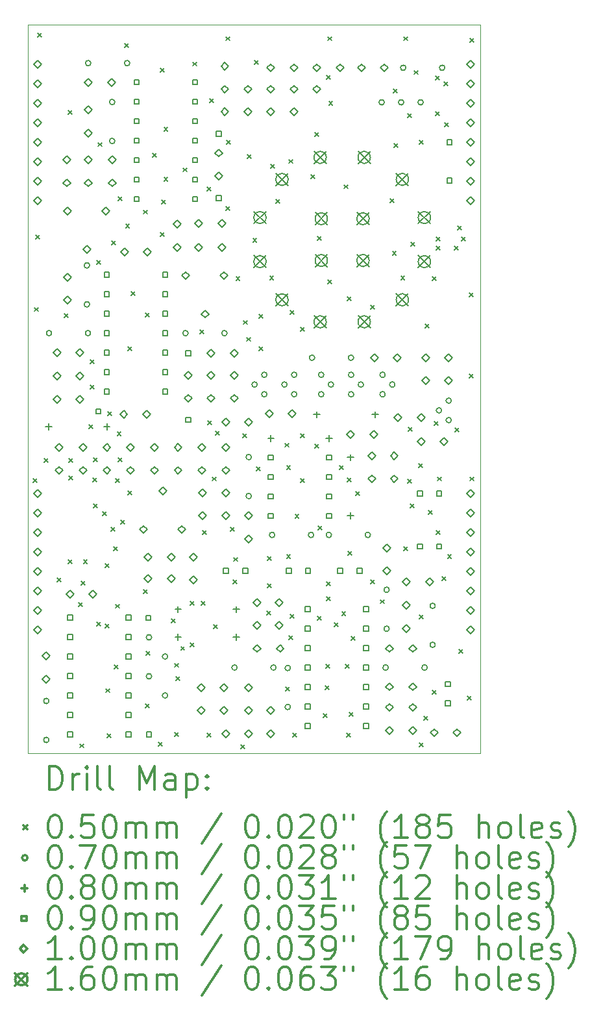
<source format=gbr>
%FSLAX45Y45*%
G04 Gerber Fmt 4.5, Leading zero omitted, Abs format (unit mm)*
G04 Created by KiCad (PCBNEW (5.0.0-rc2-dev)) date Thu Jun 18 08:20:39 2020*
%MOMM*%
%LPD*%
G01*
G04 APERTURE LIST*
%ADD10C,0.100000*%
%ADD11C,0.200000*%
%ADD12C,0.300000*%
G04 APERTURE END LIST*
D10*
X0Y9500000D02*
X0Y0D01*
X5900000Y9500000D02*
X0Y9500000D01*
X5900000Y0D02*
X5900000Y9500000D01*
X0Y0D02*
X5900000Y0D01*
D11*
X65000Y3585000D02*
X115000Y3535000D01*
X115000Y3585000D02*
X65000Y3535000D01*
X85000Y5815000D02*
X135000Y5765000D01*
X135000Y5815000D02*
X85000Y5765000D01*
X105000Y6755000D02*
X155000Y6705000D01*
X155000Y6755000D02*
X105000Y6705000D01*
X125000Y9395000D02*
X175000Y9345000D01*
X175000Y9395000D02*
X125000Y9345000D01*
X215000Y3845000D02*
X265000Y3795000D01*
X265000Y3845000D02*
X215000Y3795000D01*
X385000Y2285000D02*
X435000Y2235000D01*
X435000Y2285000D02*
X385000Y2235000D01*
X475000Y5735000D02*
X525000Y5685000D01*
X525000Y5735000D02*
X475000Y5685000D01*
X525000Y8385000D02*
X575000Y8335000D01*
X575000Y8385000D02*
X525000Y8335000D01*
X525000Y2525000D02*
X575000Y2475000D01*
X575000Y2525000D02*
X525000Y2475000D01*
X535000Y3845000D02*
X585000Y3795000D01*
X585000Y3845000D02*
X535000Y3795000D01*
X535000Y3615000D02*
X585000Y3565000D01*
X585000Y3615000D02*
X535000Y3565000D01*
X665000Y1965000D02*
X715000Y1915000D01*
X715000Y1965000D02*
X665000Y1915000D01*
X675000Y125000D02*
X725000Y75000D01*
X725000Y125000D02*
X675000Y75000D01*
X695000Y2245000D02*
X745000Y2195000D01*
X745000Y2245000D02*
X695000Y2195000D01*
X725000Y2525000D02*
X775000Y2475000D01*
X775000Y2525000D02*
X725000Y2475000D01*
X795000Y4285000D02*
X845000Y4235000D01*
X845000Y4285000D02*
X795000Y4235000D01*
X815000Y5135000D02*
X865000Y5085000D01*
X865000Y5135000D02*
X815000Y5085000D01*
X815000Y4805000D02*
X865000Y4755000D01*
X865000Y4805000D02*
X815000Y4755000D01*
X845000Y3595000D02*
X895000Y3545000D01*
X895000Y3595000D02*
X845000Y3545000D01*
X855000Y3855000D02*
X905000Y3805000D01*
X905000Y3855000D02*
X855000Y3805000D01*
X855000Y3255000D02*
X905000Y3205000D01*
X905000Y3255000D02*
X855000Y3205000D01*
X895000Y6425000D02*
X945000Y6375000D01*
X945000Y6425000D02*
X895000Y6375000D01*
X895000Y1715000D02*
X945000Y1665000D01*
X945000Y1715000D02*
X895000Y1665000D01*
X915000Y7965000D02*
X965000Y7915000D01*
X965000Y7965000D02*
X915000Y7915000D01*
X975000Y3155000D02*
X1025000Y3105000D01*
X1025000Y3155000D02*
X975000Y3105000D01*
X1005000Y2475000D02*
X1055000Y2425000D01*
X1055000Y2475000D02*
X1005000Y2425000D01*
X1005000Y1685000D02*
X1055000Y1635000D01*
X1055000Y1685000D02*
X1005000Y1635000D01*
X1015000Y845000D02*
X1065000Y795000D01*
X1065000Y845000D02*
X1015000Y795000D01*
X1035000Y255000D02*
X1085000Y205000D01*
X1085000Y255000D02*
X1035000Y205000D01*
X1045000Y4455000D02*
X1095000Y4405000D01*
X1095000Y4455000D02*
X1045000Y4405000D01*
X1085000Y2945000D02*
X1135000Y2895000D01*
X1135000Y2945000D02*
X1085000Y2895000D01*
X1095000Y6685000D02*
X1145000Y6635000D01*
X1145000Y6685000D02*
X1095000Y6635000D01*
X1115000Y2695000D02*
X1165000Y2645000D01*
X1165000Y2695000D02*
X1115000Y2645000D01*
X1125000Y1155000D02*
X1175000Y1105000D01*
X1175000Y1155000D02*
X1125000Y1105000D01*
X1145000Y3585000D02*
X1195000Y3535000D01*
X1195000Y3585000D02*
X1145000Y3535000D01*
X1145000Y1945000D02*
X1195000Y1895000D01*
X1195000Y1945000D02*
X1145000Y1895000D01*
X1165000Y4195000D02*
X1215000Y4145000D01*
X1215000Y4195000D02*
X1165000Y4145000D01*
X1175000Y7255000D02*
X1225000Y7205000D01*
X1225000Y7255000D02*
X1175000Y7205000D01*
X1175000Y3855000D02*
X1225000Y3805000D01*
X1225000Y3855000D02*
X1175000Y3805000D01*
X1215000Y3045000D02*
X1265000Y2995000D01*
X1265000Y3045000D02*
X1215000Y2995000D01*
X1265000Y9255000D02*
X1315000Y9205000D01*
X1315000Y9255000D02*
X1265000Y9205000D01*
X1275000Y6905000D02*
X1325000Y6855000D01*
X1325000Y6905000D02*
X1275000Y6855000D01*
X1305000Y5305000D02*
X1355000Y5255000D01*
X1355000Y5305000D02*
X1305000Y5255000D01*
X1305000Y3425000D02*
X1355000Y3375000D01*
X1355000Y3425000D02*
X1305000Y3375000D01*
X1345000Y6025000D02*
X1395000Y5975000D01*
X1395000Y6025000D02*
X1345000Y5975000D01*
X1505000Y7085000D02*
X1555000Y7035000D01*
X1555000Y7085000D02*
X1505000Y7035000D01*
X1505000Y2135000D02*
X1555000Y2085000D01*
X1555000Y2135000D02*
X1505000Y2085000D01*
X1535000Y5745000D02*
X1585000Y5695000D01*
X1585000Y5745000D02*
X1535000Y5695000D01*
X1535000Y645000D02*
X1585000Y595000D01*
X1585000Y645000D02*
X1535000Y595000D01*
X1545000Y1335000D02*
X1595000Y1285000D01*
X1595000Y1335000D02*
X1545000Y1285000D01*
X1625000Y7825000D02*
X1675000Y7775000D01*
X1675000Y7825000D02*
X1625000Y7775000D01*
X1705000Y145000D02*
X1755000Y95000D01*
X1755000Y145000D02*
X1705000Y95000D01*
X1725000Y8935000D02*
X1775000Y8885000D01*
X1775000Y8935000D02*
X1725000Y8885000D01*
X1725000Y6795000D02*
X1775000Y6745000D01*
X1775000Y6795000D02*
X1725000Y6745000D01*
X1745000Y7215000D02*
X1795000Y7165000D01*
X1795000Y7215000D02*
X1745000Y7165000D01*
X1775000Y8165000D02*
X1825000Y8115000D01*
X1825000Y8165000D02*
X1775000Y8115000D01*
X1775000Y7515000D02*
X1825000Y7465000D01*
X1825000Y7515000D02*
X1775000Y7465000D01*
X1875000Y1755000D02*
X1925000Y1705000D01*
X1925000Y1755000D02*
X1875000Y1705000D01*
X1915000Y1175000D02*
X1965000Y1125000D01*
X1965000Y1175000D02*
X1915000Y1125000D01*
X1915000Y275000D02*
X1965000Y225000D01*
X1965000Y275000D02*
X1915000Y225000D01*
X1935000Y1005000D02*
X1985000Y955000D01*
X1985000Y1005000D02*
X1935000Y955000D01*
X1995000Y1395000D02*
X2045000Y1345000D01*
X2045000Y1395000D02*
X1995000Y1345000D01*
X2025000Y7635000D02*
X2075000Y7585000D01*
X2075000Y7635000D02*
X2025000Y7585000D01*
X2115000Y1985000D02*
X2165000Y1935000D01*
X2165000Y1985000D02*
X2115000Y1935000D01*
X2115000Y1445000D02*
X2165000Y1395000D01*
X2165000Y1445000D02*
X2115000Y1395000D01*
X2155000Y9015000D02*
X2205000Y8965000D01*
X2205000Y9015000D02*
X2155000Y8965000D01*
X2245000Y5525000D02*
X2295000Y5475000D01*
X2295000Y5525000D02*
X2245000Y5475000D01*
X2265000Y1985000D02*
X2315000Y1935000D01*
X2315000Y1985000D02*
X2265000Y1935000D01*
X2275000Y2905000D02*
X2325000Y2855000D01*
X2325000Y2905000D02*
X2275000Y2855000D01*
X2335000Y7385000D02*
X2385000Y7335000D01*
X2385000Y7385000D02*
X2335000Y7335000D01*
X2335000Y265000D02*
X2385000Y215000D01*
X2385000Y265000D02*
X2335000Y215000D01*
X2345000Y4335000D02*
X2395000Y4285000D01*
X2395000Y4335000D02*
X2345000Y4285000D01*
X2375000Y8535000D02*
X2425000Y8485000D01*
X2425000Y8535000D02*
X2375000Y8485000D01*
X2405000Y3605000D02*
X2455000Y3555000D01*
X2455000Y3605000D02*
X2405000Y3555000D01*
X2425000Y1675000D02*
X2475000Y1625000D01*
X2475000Y1675000D02*
X2425000Y1625000D01*
X2445000Y4205000D02*
X2495000Y4155000D01*
X2495000Y4205000D02*
X2445000Y4155000D01*
X2585000Y9345000D02*
X2635000Y9295000D01*
X2635000Y9345000D02*
X2585000Y9295000D01*
X2585000Y7135000D02*
X2635000Y7085000D01*
X2635000Y7135000D02*
X2585000Y7085000D01*
X2595000Y7995000D02*
X2645000Y7945000D01*
X2645000Y7995000D02*
X2595000Y7945000D01*
X2645000Y2945000D02*
X2695000Y2895000D01*
X2695000Y2945000D02*
X2645000Y2895000D01*
X2675000Y2265000D02*
X2725000Y2215000D01*
X2725000Y2265000D02*
X2675000Y2215000D01*
X2685000Y2555000D02*
X2735000Y2505000D01*
X2735000Y2555000D02*
X2685000Y2505000D01*
X2715000Y6215000D02*
X2765000Y6165000D01*
X2765000Y6215000D02*
X2715000Y6165000D01*
X2775000Y115000D02*
X2825000Y65000D01*
X2825000Y115000D02*
X2775000Y65000D01*
X2805000Y4165000D02*
X2855000Y4115000D01*
X2855000Y4165000D02*
X2805000Y4115000D01*
X2815000Y5645000D02*
X2865000Y5595000D01*
X2865000Y5645000D02*
X2815000Y5595000D01*
X2855000Y5425000D02*
X2905000Y5375000D01*
X2905000Y5425000D02*
X2855000Y5375000D01*
X2865000Y7805000D02*
X2915000Y7755000D01*
X2915000Y7805000D02*
X2865000Y7755000D01*
X2935000Y6715000D02*
X2985000Y6665000D01*
X2985000Y6715000D02*
X2935000Y6665000D01*
X2955000Y9035000D02*
X3005000Y8985000D01*
X3005000Y9035000D02*
X2955000Y8985000D01*
X2985000Y3735000D02*
X3035000Y3685000D01*
X3035000Y3735000D02*
X2985000Y3685000D01*
X3015000Y5725000D02*
X3065000Y5675000D01*
X3065000Y5725000D02*
X3015000Y5675000D01*
X3015000Y5305000D02*
X3065000Y5255000D01*
X3065000Y5305000D02*
X3015000Y5255000D01*
X3115000Y1855000D02*
X3165000Y1805000D01*
X3165000Y1855000D02*
X3115000Y1805000D01*
X3125000Y2565000D02*
X3175000Y2515000D01*
X3175000Y2565000D02*
X3125000Y2515000D01*
X3125000Y2215000D02*
X3175000Y2165000D01*
X3175000Y2215000D02*
X3125000Y2165000D01*
X3155000Y6225000D02*
X3205000Y6175000D01*
X3205000Y6225000D02*
X3155000Y6175000D01*
X3165000Y7685000D02*
X3215000Y7635000D01*
X3215000Y7685000D02*
X3165000Y7635000D01*
X3235000Y7225000D02*
X3285000Y7175000D01*
X3285000Y7225000D02*
X3235000Y7175000D01*
X3355000Y4045000D02*
X3405000Y3995000D01*
X3405000Y4045000D02*
X3355000Y3995000D01*
X3365000Y865000D02*
X3415000Y815000D01*
X3415000Y865000D02*
X3365000Y815000D01*
X3375000Y3755000D02*
X3425000Y3705000D01*
X3425000Y3755000D02*
X3375000Y3705000D01*
X3375000Y2595000D02*
X3425000Y2545000D01*
X3425000Y2595000D02*
X3375000Y2545000D01*
X3405000Y7745000D02*
X3455000Y7695000D01*
X3455000Y7745000D02*
X3405000Y7695000D01*
X3405000Y1535000D02*
X3455000Y1485000D01*
X3455000Y1535000D02*
X3405000Y1485000D01*
X3425000Y5775000D02*
X3475000Y5725000D01*
X3475000Y5775000D02*
X3425000Y5725000D01*
X3425000Y1815000D02*
X3475000Y1765000D01*
X3475000Y1815000D02*
X3425000Y1765000D01*
X3455000Y265000D02*
X3505000Y215000D01*
X3505000Y265000D02*
X3455000Y215000D01*
X3485000Y3115000D02*
X3535000Y3065000D01*
X3535000Y3115000D02*
X3485000Y3065000D01*
X3555000Y5555000D02*
X3605000Y5505000D01*
X3605000Y5555000D02*
X3555000Y5505000D01*
X3555000Y4165000D02*
X3605000Y4115000D01*
X3605000Y4165000D02*
X3555000Y4115000D01*
X3555000Y3585000D02*
X3605000Y3535000D01*
X3605000Y3585000D02*
X3555000Y3535000D01*
X3695000Y7545000D02*
X3745000Y7495000D01*
X3745000Y7545000D02*
X3695000Y7495000D01*
X3745000Y8095000D02*
X3795000Y8045000D01*
X3795000Y8095000D02*
X3745000Y8045000D01*
X3745000Y4035000D02*
X3795000Y3985000D01*
X3795000Y4035000D02*
X3745000Y3985000D01*
X3775000Y6745000D02*
X3825000Y6695000D01*
X3825000Y6745000D02*
X3775000Y6695000D01*
X3775000Y1785000D02*
X3825000Y1735000D01*
X3825000Y1785000D02*
X3775000Y1735000D01*
X3785000Y2965000D02*
X3835000Y2915000D01*
X3835000Y2965000D02*
X3785000Y2915000D01*
X3855000Y515000D02*
X3905000Y465000D01*
X3905000Y515000D02*
X3855000Y465000D01*
X3875000Y885000D02*
X3925000Y835000D01*
X3925000Y885000D02*
X3875000Y835000D01*
X3885000Y1165000D02*
X3935000Y1115000D01*
X3935000Y1165000D02*
X3885000Y1115000D01*
X3895000Y8845000D02*
X3945000Y8795000D01*
X3945000Y8845000D02*
X3895000Y8795000D01*
X3895000Y2235000D02*
X3945000Y2185000D01*
X3945000Y2235000D02*
X3895000Y2185000D01*
X3895000Y2045000D02*
X3945000Y1995000D01*
X3945000Y2045000D02*
X3895000Y1995000D01*
X3915000Y9345000D02*
X3965000Y9295000D01*
X3965000Y9345000D02*
X3915000Y9295000D01*
X3915000Y6175000D02*
X3965000Y6125000D01*
X3965000Y6175000D02*
X3915000Y6125000D01*
X3925000Y8505000D02*
X3975000Y8455000D01*
X3975000Y8505000D02*
X3925000Y8455000D01*
X3995000Y1705000D02*
X4045000Y1655000D01*
X4045000Y1705000D02*
X3995000Y1655000D01*
X4065000Y3755000D02*
X4115000Y3705000D01*
X4115000Y3755000D02*
X4065000Y3705000D01*
X4095000Y1845000D02*
X4145000Y1795000D01*
X4145000Y1845000D02*
X4095000Y1795000D01*
X4125000Y7415000D02*
X4175000Y7365000D01*
X4175000Y7415000D02*
X4125000Y7365000D01*
X4145000Y1165000D02*
X4195000Y1115000D01*
X4195000Y1165000D02*
X4145000Y1115000D01*
X4155000Y265000D02*
X4205000Y215000D01*
X4205000Y265000D02*
X4155000Y215000D01*
X4165000Y5955000D02*
X4215000Y5905000D01*
X4215000Y5955000D02*
X4165000Y5905000D01*
X4165000Y3595000D02*
X4215000Y3545000D01*
X4215000Y3595000D02*
X4165000Y3545000D01*
X4175000Y2635000D02*
X4225000Y2585000D01*
X4225000Y2635000D02*
X4175000Y2585000D01*
X4195000Y535000D02*
X4245000Y485000D01*
X4245000Y535000D02*
X4195000Y485000D01*
X4215000Y1525000D02*
X4265000Y1475000D01*
X4265000Y1525000D02*
X4215000Y1475000D01*
X4275000Y3415000D02*
X4325000Y3365000D01*
X4325000Y3415000D02*
X4275000Y3365000D01*
X4475000Y5845000D02*
X4525000Y5795000D01*
X4525000Y5845000D02*
X4475000Y5795000D01*
X4475000Y2265000D02*
X4525000Y2215000D01*
X4525000Y2265000D02*
X4475000Y2215000D01*
X4595000Y2005000D02*
X4645000Y1955000D01*
X4645000Y2005000D02*
X4595000Y1955000D01*
X4725000Y7235000D02*
X4775000Y7185000D01*
X4775000Y7235000D02*
X4725000Y7185000D01*
X4755000Y6545000D02*
X4805000Y6495000D01*
X4805000Y6545000D02*
X4755000Y6495000D01*
X4765000Y8665000D02*
X4815000Y8615000D01*
X4815000Y8665000D02*
X4765000Y8615000D01*
X4775000Y7955000D02*
X4825000Y7905000D01*
X4825000Y7955000D02*
X4775000Y7905000D01*
X4865000Y6225000D02*
X4915000Y6175000D01*
X4915000Y6225000D02*
X4865000Y6175000D01*
X4905000Y9345000D02*
X4955000Y9295000D01*
X4955000Y9345000D02*
X4905000Y9295000D01*
X4905000Y2695000D02*
X4955000Y2645000D01*
X4955000Y2695000D02*
X4905000Y2645000D01*
X4955000Y8345000D02*
X5005000Y8295000D01*
X5005000Y8345000D02*
X4955000Y8295000D01*
X4955000Y3575000D02*
X5005000Y3525000D01*
X5005000Y3575000D02*
X4955000Y3525000D01*
X4965000Y4255000D02*
X5015000Y4205000D01*
X5015000Y4255000D02*
X4965000Y4205000D01*
X4985000Y3255000D02*
X5035000Y3205000D01*
X5035000Y3255000D02*
X4985000Y3205000D01*
X4995000Y6665000D02*
X5045000Y6615000D01*
X5045000Y6665000D02*
X4995000Y6615000D01*
X5035000Y8905000D02*
X5085000Y8855000D01*
X5085000Y8905000D02*
X5035000Y8855000D01*
X5095000Y3775000D02*
X5145000Y3725000D01*
X5145000Y3775000D02*
X5095000Y3725000D01*
X5105000Y7995000D02*
X5155000Y7945000D01*
X5155000Y7995000D02*
X5105000Y7945000D01*
X5105000Y1805000D02*
X5155000Y1755000D01*
X5155000Y1805000D02*
X5105000Y1755000D01*
X5105000Y135000D02*
X5155000Y85000D01*
X5155000Y135000D02*
X5105000Y85000D01*
X5165000Y485000D02*
X5215000Y435000D01*
X5215000Y485000D02*
X5165000Y435000D01*
X5185000Y5595000D02*
X5235000Y5545000D01*
X5235000Y5595000D02*
X5185000Y5545000D01*
X5225000Y3165000D02*
X5275000Y3115000D01*
X5275000Y3165000D02*
X5225000Y3115000D01*
X5275000Y6215000D02*
X5325000Y6165000D01*
X5325000Y6215000D02*
X5275000Y6165000D01*
X5275000Y825000D02*
X5325000Y775000D01*
X5325000Y825000D02*
X5275000Y775000D01*
X5305000Y4325000D02*
X5355000Y4275000D01*
X5355000Y4325000D02*
X5305000Y4275000D01*
X5315000Y8835000D02*
X5365000Y8785000D01*
X5365000Y8835000D02*
X5315000Y8785000D01*
X5315000Y8365000D02*
X5365000Y8315000D01*
X5365000Y8365000D02*
X5315000Y8315000D01*
X5325000Y6735000D02*
X5375000Y6685000D01*
X5375000Y6735000D02*
X5325000Y6685000D01*
X5325000Y6615000D02*
X5375000Y6565000D01*
X5375000Y6615000D02*
X5325000Y6565000D01*
X5325000Y2905000D02*
X5375000Y2855000D01*
X5375000Y2905000D02*
X5325000Y2855000D01*
X5345000Y3605000D02*
X5395000Y3555000D01*
X5395000Y3605000D02*
X5345000Y3555000D01*
X5405000Y2305000D02*
X5455000Y2255000D01*
X5455000Y2305000D02*
X5405000Y2255000D01*
X5425000Y8755000D02*
X5475000Y8705000D01*
X5475000Y8755000D02*
X5425000Y8705000D01*
X5435000Y8225000D02*
X5485000Y8175000D01*
X5485000Y8225000D02*
X5435000Y8175000D01*
X5475000Y2595000D02*
X5525000Y2545000D01*
X5525000Y2595000D02*
X5475000Y2545000D01*
X5565000Y6615000D02*
X5615000Y6565000D01*
X5615000Y6615000D02*
X5565000Y6565000D01*
X5575000Y4245000D02*
X5625000Y4195000D01*
X5625000Y4245000D02*
X5575000Y4195000D01*
X5605000Y6875000D02*
X5655000Y6825000D01*
X5655000Y6875000D02*
X5605000Y6825000D01*
X5625000Y1355000D02*
X5675000Y1305000D01*
X5675000Y1355000D02*
X5625000Y1305000D01*
X5655000Y6735000D02*
X5705000Y6685000D01*
X5705000Y6735000D02*
X5655000Y6685000D01*
X5735000Y745000D02*
X5785000Y695000D01*
X5785000Y745000D02*
X5735000Y695000D01*
X5755000Y6005000D02*
X5805000Y5955000D01*
X5805000Y6005000D02*
X5755000Y5955000D01*
X5755000Y4945000D02*
X5805000Y4895000D01*
X5805000Y4945000D02*
X5755000Y4895000D01*
X5765000Y9325000D02*
X5815000Y9275000D01*
X5815000Y9325000D02*
X5765000Y9275000D01*
X5765000Y3605000D02*
X5815000Y3555000D01*
X5815000Y3605000D02*
X5765000Y3555000D01*
X4651000Y8490000D02*
G75*
G03X4651000Y8490000I-35000J0D01*
G01*
X4905000Y8490000D02*
G75*
G03X4905000Y8490000I-35000J0D01*
G01*
X5159000Y8490000D02*
G75*
G03X5159000Y8490000I-35000J0D01*
G01*
X805000Y6364000D02*
G75*
G03X805000Y6364000I-35000J0D01*
G01*
X805000Y5856000D02*
G75*
G03X805000Y5856000I-35000J0D01*
G01*
X2915000Y3864000D02*
G75*
G03X2915000Y3864000I-35000J0D01*
G01*
X2915000Y3356000D02*
G75*
G03X2915000Y3356000I-35000J0D01*
G01*
X2991500Y4810000D02*
G75*
G03X2991500Y4810000I-35000J0D01*
G01*
X3118500Y4937000D02*
G75*
G03X3118500Y4937000I-35000J0D01*
G01*
X3118500Y4683000D02*
G75*
G03X3118500Y4683000I-35000J0D01*
G01*
X821000Y9000000D02*
G75*
G03X821000Y9000000I-35000J0D01*
G01*
X1329000Y9000000D02*
G75*
G03X1329000Y9000000I-35000J0D01*
G01*
X4701000Y1120000D02*
G75*
G03X4701000Y1120000I-35000J0D01*
G01*
X5209000Y1120000D02*
G75*
G03X5209000Y1120000I-35000J0D01*
G01*
X1615000Y1514000D02*
G75*
G03X1615000Y1514000I-35000J0D01*
G01*
X1615000Y1006000D02*
G75*
G03X1615000Y1006000I-35000J0D01*
G01*
X3381500Y4810000D02*
G75*
G03X3381500Y4810000I-35000J0D01*
G01*
X3508500Y4937000D02*
G75*
G03X3508500Y4937000I-35000J0D01*
G01*
X3508500Y4683000D02*
G75*
G03X3508500Y4683000I-35000J0D01*
G01*
X4931000Y8940000D02*
G75*
G03X4931000Y8940000I-35000J0D01*
G01*
X5439000Y8940000D02*
G75*
G03X5439000Y8940000I-35000J0D01*
G01*
X4715000Y2134000D02*
G75*
G03X4715000Y2134000I-35000J0D01*
G01*
X4715000Y1626000D02*
G75*
G03X4715000Y1626000I-35000J0D01*
G01*
X1135000Y8494000D02*
G75*
G03X1135000Y8494000I-35000J0D01*
G01*
X1135000Y7986000D02*
G75*
G03X1135000Y7986000I-35000J0D01*
G01*
X3425000Y1114000D02*
G75*
G03X3425000Y1114000I-35000J0D01*
G01*
X3425000Y606000D02*
G75*
G03X3425000Y606000I-35000J0D01*
G01*
X3861500Y4937000D02*
G75*
G03X3861500Y4937000I-35000J0D01*
G01*
X3861500Y4683000D02*
G75*
G03X3861500Y4683000I-35000J0D01*
G01*
X3988500Y4810000D02*
G75*
G03X3988500Y4810000I-35000J0D01*
G01*
X3221000Y2850000D02*
G75*
G03X3221000Y2850000I-35000J0D01*
G01*
X3729000Y2850000D02*
G75*
G03X3729000Y2850000I-35000J0D01*
G01*
X4661500Y4937000D02*
G75*
G03X4661500Y4937000I-35000J0D01*
G01*
X4661500Y4683000D02*
G75*
G03X4661500Y4683000I-35000J0D01*
G01*
X4788500Y4810000D02*
G75*
G03X4788500Y4810000I-35000J0D01*
G01*
X4251500Y4937000D02*
G75*
G03X4251500Y4937000I-35000J0D01*
G01*
X4251500Y4683000D02*
G75*
G03X4251500Y4683000I-35000J0D01*
G01*
X4378500Y4810000D02*
G75*
G03X4378500Y4810000I-35000J0D01*
G01*
X5398000Y4473000D02*
G75*
G03X5398000Y4473000I-35000J0D01*
G01*
X5525000Y4600000D02*
G75*
G03X5525000Y4600000I-35000J0D01*
G01*
X5525000Y4346000D02*
G75*
G03X5525000Y4346000I-35000J0D01*
G01*
X311000Y5480000D02*
G75*
G03X311000Y5480000I-35000J0D01*
G01*
X819000Y5480000D02*
G75*
G03X819000Y5480000I-35000J0D01*
G01*
X1825000Y1264000D02*
G75*
G03X1825000Y1264000I-35000J0D01*
G01*
X1825000Y756000D02*
G75*
G03X1825000Y756000I-35000J0D01*
G01*
X3741000Y5160000D02*
G75*
G03X3741000Y5160000I-35000J0D01*
G01*
X4249000Y5160000D02*
G75*
G03X4249000Y5160000I-35000J0D01*
G01*
X275000Y684000D02*
G75*
G03X275000Y684000I-35000J0D01*
G01*
X275000Y176000D02*
G75*
G03X275000Y176000I-35000J0D01*
G01*
X5315000Y1924000D02*
G75*
G03X5315000Y1924000I-35000J0D01*
G01*
X5315000Y1416000D02*
G75*
G03X5315000Y1416000I-35000J0D01*
G01*
X3961000Y2850000D02*
G75*
G03X3961000Y2850000I-35000J0D01*
G01*
X4469000Y2850000D02*
G75*
G03X4469000Y2850000I-35000J0D01*
G01*
X2731000Y1120000D02*
G75*
G03X2731000Y1120000I-35000J0D01*
G01*
X3239000Y1120000D02*
G75*
G03X3239000Y1120000I-35000J0D01*
G01*
X2091000Y5480000D02*
G75*
G03X2091000Y5480000I-35000J0D01*
G01*
X2599000Y5480000D02*
G75*
G03X2599000Y5480000I-35000J0D01*
G01*
X270000Y4300000D02*
X270000Y4220000D01*
X230000Y4260000D02*
X310000Y4260000D01*
X1030000Y4300000D02*
X1030000Y4220000D01*
X990000Y4260000D02*
X1070000Y4260000D01*
X4210000Y3900000D02*
X4210000Y3820000D01*
X4170000Y3860000D02*
X4250000Y3860000D01*
X4210000Y3140000D02*
X4210000Y3060000D01*
X4170000Y3100000D02*
X4250000Y3100000D01*
X1960000Y1560000D02*
X1960000Y1480000D01*
X1920000Y1520000D02*
X2000000Y1520000D01*
X2720000Y1560000D02*
X2720000Y1480000D01*
X2680000Y1520000D02*
X2760000Y1520000D01*
X1960000Y1920000D02*
X1960000Y1840000D01*
X1920000Y1880000D02*
X2000000Y1880000D01*
X2720000Y1920000D02*
X2720000Y1840000D01*
X2680000Y1880000D02*
X2760000Y1880000D01*
X3770000Y4460000D02*
X3770000Y4380000D01*
X3730000Y4420000D02*
X3810000Y4420000D01*
X4530000Y4460000D02*
X4530000Y4380000D01*
X4490000Y4420000D02*
X4570000Y4420000D01*
X3170000Y4150000D02*
X3170000Y4070000D01*
X3130000Y4110000D02*
X3210000Y4110000D01*
X3930000Y4150000D02*
X3930000Y4070000D01*
X3890000Y4110000D02*
X3970000Y4110000D01*
X3200820Y3829180D02*
X3200820Y3892820D01*
X3137180Y3892820D01*
X3137180Y3829180D01*
X3200820Y3829180D01*
X3200820Y3575180D02*
X3200820Y3638820D01*
X3137180Y3638820D01*
X3137180Y3575180D01*
X3200820Y3575180D01*
X3200820Y3321180D02*
X3200820Y3384820D01*
X3137180Y3384820D01*
X3137180Y3321180D01*
X3200820Y3321180D01*
X3200820Y3067180D02*
X3200820Y3130820D01*
X3137180Y3130820D01*
X3137180Y3067180D01*
X3200820Y3067180D01*
X3962820Y3829180D02*
X3962820Y3892820D01*
X3899180Y3892820D01*
X3899180Y3829180D01*
X3962820Y3829180D01*
X3962820Y3575180D02*
X3962820Y3638820D01*
X3899180Y3638820D01*
X3899180Y3575180D01*
X3962820Y3575180D01*
X3962820Y3321180D02*
X3962820Y3384820D01*
X3899180Y3384820D01*
X3899180Y3321180D01*
X3962820Y3321180D01*
X3962820Y3067180D02*
X3962820Y3130820D01*
X3899180Y3130820D01*
X3899180Y3067180D01*
X3962820Y3067180D01*
X2521820Y8048180D02*
X2521820Y8111820D01*
X2458180Y8111820D01*
X2458180Y8048180D01*
X2521820Y8048180D01*
X2121820Y4318180D02*
X2121820Y4381820D01*
X2058180Y4381820D01*
X2058180Y4318180D01*
X2121820Y4318180D01*
X580820Y1740180D02*
X580820Y1803820D01*
X517180Y1803820D01*
X517180Y1740180D01*
X580820Y1740180D01*
X580820Y1486180D02*
X580820Y1549820D01*
X517180Y1549820D01*
X517180Y1486180D01*
X580820Y1486180D01*
X580820Y1232180D02*
X580820Y1295820D01*
X517180Y1295820D01*
X517180Y1232180D01*
X580820Y1232180D01*
X580820Y978180D02*
X580820Y1041820D01*
X517180Y1041820D01*
X517180Y978180D01*
X580820Y978180D01*
X580820Y724180D02*
X580820Y787820D01*
X517180Y787820D01*
X517180Y724180D01*
X580820Y724180D01*
X580820Y470180D02*
X580820Y533820D01*
X517180Y533820D01*
X517180Y470180D01*
X580820Y470180D01*
X580820Y216180D02*
X580820Y279820D01*
X517180Y279820D01*
X517180Y216180D01*
X580820Y216180D01*
X1342820Y1740180D02*
X1342820Y1803820D01*
X1279180Y1803820D01*
X1279180Y1740180D01*
X1342820Y1740180D01*
X1342820Y1486180D02*
X1342820Y1549820D01*
X1279180Y1549820D01*
X1279180Y1486180D01*
X1342820Y1486180D01*
X1342820Y1232180D02*
X1342820Y1295820D01*
X1279180Y1295820D01*
X1279180Y1232180D01*
X1342820Y1232180D01*
X1342820Y978180D02*
X1342820Y1041820D01*
X1279180Y1041820D01*
X1279180Y978180D01*
X1342820Y978180D01*
X1342820Y724180D02*
X1342820Y787820D01*
X1279180Y787820D01*
X1279180Y724180D01*
X1342820Y724180D01*
X1342820Y470180D02*
X1342820Y533820D01*
X1279180Y533820D01*
X1279180Y470180D01*
X1342820Y470180D01*
X1342820Y216180D02*
X1342820Y279820D01*
X1279180Y279820D01*
X1279180Y216180D01*
X1342820Y216180D01*
X1611820Y218180D02*
X1611820Y281820D01*
X1548180Y281820D01*
X1548180Y218180D01*
X1611820Y218180D01*
X5531820Y7438180D02*
X5531820Y7501820D01*
X5468180Y7501820D01*
X5468180Y7438180D01*
X5531820Y7438180D01*
X2616820Y2348180D02*
X2616820Y2411820D01*
X2553180Y2411820D01*
X2553180Y2348180D01*
X2616820Y2348180D01*
X2866820Y2348180D02*
X2866820Y2411820D01*
X2803180Y2411820D01*
X2803180Y2348180D01*
X2866820Y2348180D01*
X2521820Y7208180D02*
X2521820Y7271820D01*
X2458180Y7271820D01*
X2458180Y7208180D01*
X2521820Y7208180D01*
X1060820Y6210180D02*
X1060820Y6273820D01*
X997180Y6273820D01*
X997180Y6210180D01*
X1060820Y6210180D01*
X1060820Y5956180D02*
X1060820Y6019820D01*
X997180Y6019820D01*
X997180Y5956180D01*
X1060820Y5956180D01*
X1060820Y5702180D02*
X1060820Y5765820D01*
X997180Y5765820D01*
X997180Y5702180D01*
X1060820Y5702180D01*
X1060820Y5448180D02*
X1060820Y5511820D01*
X997180Y5511820D01*
X997180Y5448180D01*
X1060820Y5448180D01*
X1060820Y5194180D02*
X1060820Y5257820D01*
X997180Y5257820D01*
X997180Y5194180D01*
X1060820Y5194180D01*
X1060820Y4940180D02*
X1060820Y5003820D01*
X997180Y5003820D01*
X997180Y4940180D01*
X1060820Y4940180D01*
X1060820Y4686180D02*
X1060820Y4749820D01*
X997180Y4749820D01*
X997180Y4686180D01*
X1060820Y4686180D01*
X1822820Y6210180D02*
X1822820Y6273820D01*
X1759180Y6273820D01*
X1759180Y6210180D01*
X1822820Y6210180D01*
X1822820Y5956180D02*
X1822820Y6019820D01*
X1759180Y6019820D01*
X1759180Y5956180D01*
X1822820Y5956180D01*
X1822820Y5702180D02*
X1822820Y5765820D01*
X1759180Y5765820D01*
X1759180Y5702180D01*
X1822820Y5702180D01*
X1822820Y5448180D02*
X1822820Y5511820D01*
X1759180Y5511820D01*
X1759180Y5448180D01*
X1822820Y5448180D01*
X1822820Y5194180D02*
X1822820Y5257820D01*
X1759180Y5257820D01*
X1759180Y5194180D01*
X1822820Y5194180D01*
X1822820Y4940180D02*
X1822820Y5003820D01*
X1759180Y5003820D01*
X1759180Y4940180D01*
X1822820Y4940180D01*
X1822820Y4686180D02*
X1822820Y4749820D01*
X1759180Y4749820D01*
X1759180Y4686180D01*
X1822820Y4686180D01*
X1601820Y1738180D02*
X1601820Y1801820D01*
X1538180Y1801820D01*
X1538180Y1738180D01*
X1601820Y1738180D01*
X3436820Y2348180D02*
X3436820Y2411820D01*
X3373180Y2411820D01*
X3373180Y2348180D01*
X3436820Y2348180D01*
X3686820Y2348180D02*
X3686820Y2411820D01*
X3623180Y2411820D01*
X3623180Y2348180D01*
X3686820Y2348180D01*
X5146820Y2668180D02*
X5146820Y2731820D01*
X5083180Y2731820D01*
X5083180Y2668180D01*
X5146820Y2668180D01*
X5396820Y2668180D02*
X5396820Y2731820D01*
X5333180Y2731820D01*
X5333180Y2668180D01*
X5396820Y2668180D01*
X5146820Y3358180D02*
X5146820Y3421820D01*
X5083180Y3421820D01*
X5083180Y3358180D01*
X5146820Y3358180D01*
X5396820Y3358180D02*
X5396820Y3421820D01*
X5333180Y3421820D01*
X5333180Y3358180D01*
X5396820Y3358180D01*
X3680820Y1850180D02*
X3680820Y1913820D01*
X3617180Y1913820D01*
X3617180Y1850180D01*
X3680820Y1850180D01*
X3680820Y1596180D02*
X3680820Y1659820D01*
X3617180Y1659820D01*
X3617180Y1596180D01*
X3680820Y1596180D01*
X3680820Y1342180D02*
X3680820Y1405820D01*
X3617180Y1405820D01*
X3617180Y1342180D01*
X3680820Y1342180D01*
X3680820Y1088180D02*
X3680820Y1151820D01*
X3617180Y1151820D01*
X3617180Y1088180D01*
X3680820Y1088180D01*
X3680820Y834180D02*
X3680820Y897820D01*
X3617180Y897820D01*
X3617180Y834180D01*
X3680820Y834180D01*
X3680820Y580180D02*
X3680820Y643820D01*
X3617180Y643820D01*
X3617180Y580180D01*
X3680820Y580180D01*
X3680820Y326180D02*
X3680820Y389820D01*
X3617180Y389820D01*
X3617180Y326180D01*
X3680820Y326180D01*
X4442820Y1850180D02*
X4442820Y1913820D01*
X4379180Y1913820D01*
X4379180Y1850180D01*
X4442820Y1850180D01*
X4442820Y1596180D02*
X4442820Y1659820D01*
X4379180Y1659820D01*
X4379180Y1596180D01*
X4442820Y1596180D01*
X4442820Y1342180D02*
X4442820Y1405820D01*
X4379180Y1405820D01*
X4379180Y1342180D01*
X4442820Y1342180D01*
X4442820Y1088180D02*
X4442820Y1151820D01*
X4379180Y1151820D01*
X4379180Y1088180D01*
X4442820Y1088180D01*
X4442820Y834180D02*
X4442820Y897820D01*
X4379180Y897820D01*
X4379180Y834180D01*
X4442820Y834180D01*
X4442820Y580180D02*
X4442820Y643820D01*
X4379180Y643820D01*
X4379180Y580180D01*
X4442820Y580180D01*
X4442820Y326180D02*
X4442820Y389820D01*
X4379180Y389820D01*
X4379180Y326180D01*
X4442820Y326180D01*
X2121820Y5188180D02*
X2121820Y5251820D01*
X2058180Y5251820D01*
X2058180Y5188180D01*
X2121820Y5188180D01*
X4106820Y2348180D02*
X4106820Y2411820D01*
X4043180Y2411820D01*
X4043180Y2348180D01*
X4106820Y2348180D01*
X4356820Y2348180D02*
X4356820Y2411820D01*
X4293180Y2411820D01*
X4293180Y2348180D01*
X4356820Y2348180D01*
X1450820Y8720180D02*
X1450820Y8783820D01*
X1387180Y8783820D01*
X1387180Y8720180D01*
X1450820Y8720180D01*
X1450820Y8466180D02*
X1450820Y8529820D01*
X1387180Y8529820D01*
X1387180Y8466180D01*
X1450820Y8466180D01*
X1450820Y8212180D02*
X1450820Y8275820D01*
X1387180Y8275820D01*
X1387180Y8212180D01*
X1450820Y8212180D01*
X1450820Y7958180D02*
X1450820Y8021820D01*
X1387180Y8021820D01*
X1387180Y7958180D01*
X1450820Y7958180D01*
X1450820Y7704180D02*
X1450820Y7767820D01*
X1387180Y7767820D01*
X1387180Y7704180D01*
X1450820Y7704180D01*
X1450820Y7450180D02*
X1450820Y7513820D01*
X1387180Y7513820D01*
X1387180Y7450180D01*
X1450820Y7450180D01*
X1450820Y7196180D02*
X1450820Y7259820D01*
X1387180Y7259820D01*
X1387180Y7196180D01*
X1450820Y7196180D01*
X2212820Y8720180D02*
X2212820Y8783820D01*
X2149180Y8783820D01*
X2149180Y8720180D01*
X2212820Y8720180D01*
X2212820Y8466180D02*
X2212820Y8529820D01*
X2149180Y8529820D01*
X2149180Y8466180D01*
X2212820Y8466180D01*
X2212820Y8212180D02*
X2212820Y8275820D01*
X2149180Y8275820D01*
X2149180Y8212180D01*
X2212820Y8212180D01*
X2212820Y7958180D02*
X2212820Y8021820D01*
X2149180Y8021820D01*
X2149180Y7958180D01*
X2212820Y7958180D01*
X2212820Y7704180D02*
X2212820Y7767820D01*
X2149180Y7767820D01*
X2149180Y7704180D01*
X2212820Y7704180D01*
X2212820Y7450180D02*
X2212820Y7513820D01*
X2149180Y7513820D01*
X2149180Y7450180D01*
X2212820Y7450180D01*
X2212820Y7196180D02*
X2212820Y7259820D01*
X2149180Y7259820D01*
X2149180Y7196180D01*
X2212820Y7196180D01*
X5511820Y873180D02*
X5511820Y936820D01*
X5448180Y936820D01*
X5448180Y873180D01*
X5511820Y873180D01*
X5511820Y623180D02*
X5511820Y686820D01*
X5448180Y686820D01*
X5448180Y623180D01*
X5511820Y623180D01*
X951820Y4428180D02*
X951820Y4491820D01*
X888180Y4491820D01*
X888180Y4428180D01*
X951820Y4428180D01*
X5531820Y7938180D02*
X5531820Y8001820D01*
X5468180Y8001820D01*
X5468180Y7938180D01*
X5531820Y7938180D01*
X2570000Y8910000D02*
X2620000Y8960000D01*
X2570000Y9010000D01*
X2520000Y8960000D01*
X2570000Y8910000D01*
X2570000Y8610000D02*
X2620000Y8660000D01*
X2570000Y8710000D01*
X2520000Y8660000D01*
X2570000Y8610000D01*
X4720000Y550000D02*
X4770000Y600000D01*
X4720000Y650000D01*
X4670000Y600000D01*
X4720000Y550000D01*
X4720000Y250000D02*
X4770000Y300000D01*
X4720000Y350000D01*
X4670000Y300000D01*
X4720000Y250000D01*
X2880000Y810000D02*
X2930000Y860000D01*
X2880000Y910000D01*
X2830000Y860000D01*
X2880000Y810000D01*
X2880000Y510000D02*
X2930000Y560000D01*
X2880000Y610000D01*
X2830000Y560000D01*
X2880000Y510000D01*
X2390000Y4880000D02*
X2440000Y4930000D01*
X2390000Y4980000D01*
X2340000Y4930000D01*
X2390000Y4880000D01*
X2690000Y4880000D02*
X2740000Y4930000D01*
X2690000Y4980000D01*
X2640000Y4930000D01*
X2690000Y4880000D01*
X2870000Y8610000D02*
X2920000Y8660000D01*
X2870000Y8710000D01*
X2820000Y8660000D01*
X2870000Y8610000D01*
X3170000Y8610000D02*
X3220000Y8660000D01*
X3170000Y8710000D01*
X3120000Y8660000D01*
X3170000Y8610000D01*
X380000Y4870000D02*
X430000Y4920000D01*
X380000Y4970000D01*
X330000Y4920000D01*
X380000Y4870000D01*
X680000Y4870000D02*
X730000Y4920000D01*
X680000Y4970000D01*
X630000Y4920000D01*
X680000Y4870000D01*
X1960000Y3940000D02*
X2010000Y3990000D01*
X1960000Y4040000D01*
X1910000Y3990000D01*
X1960000Y3940000D01*
X1960000Y3640000D02*
X2010000Y3690000D01*
X1960000Y3740000D01*
X1910000Y3690000D01*
X1960000Y3640000D01*
X2570000Y8320000D02*
X2620000Y8370000D01*
X2570000Y8420000D01*
X2520000Y8370000D01*
X2570000Y8320000D01*
X2870000Y8320000D02*
X2920000Y8370000D01*
X2870000Y8420000D01*
X2820000Y8370000D01*
X2870000Y8320000D01*
X4720000Y1320000D02*
X4770000Y1370000D01*
X4720000Y1420000D01*
X4670000Y1370000D01*
X4720000Y1320000D01*
X5020000Y1320000D02*
X5070000Y1370000D01*
X5020000Y1420000D01*
X4970000Y1370000D01*
X5020000Y1320000D01*
X125000Y3339000D02*
X175000Y3389000D01*
X125000Y3439000D01*
X75000Y3389000D01*
X125000Y3339000D01*
X125000Y3085000D02*
X175000Y3135000D01*
X125000Y3185000D01*
X75000Y3135000D01*
X125000Y3085000D01*
X125000Y2831000D02*
X175000Y2881000D01*
X125000Y2931000D01*
X75000Y2881000D01*
X125000Y2831000D01*
X125000Y2577000D02*
X175000Y2627000D01*
X125000Y2677000D01*
X75000Y2627000D01*
X125000Y2577000D01*
X125000Y2323000D02*
X175000Y2373000D01*
X125000Y2423000D01*
X75000Y2373000D01*
X125000Y2323000D01*
X125000Y2069000D02*
X175000Y2119000D01*
X125000Y2169000D01*
X75000Y2119000D01*
X125000Y2069000D01*
X125000Y1815000D02*
X175000Y1865000D01*
X125000Y1915000D01*
X75000Y1865000D01*
X125000Y1815000D01*
X125000Y1561000D02*
X175000Y1611000D01*
X125000Y1661000D01*
X75000Y1611000D01*
X125000Y1561000D01*
X5190000Y4810000D02*
X5240000Y4860000D01*
X5190000Y4910000D01*
X5140000Y4860000D01*
X5190000Y4810000D01*
X5490000Y4810000D02*
X5540000Y4860000D01*
X5490000Y4910000D01*
X5440000Y4860000D01*
X5490000Y4810000D01*
X3170000Y8890000D02*
X3220000Y8940000D01*
X3170000Y8990000D01*
X3120000Y8940000D01*
X3170000Y8890000D01*
X3470000Y8890000D02*
X3520000Y8940000D01*
X3470000Y8990000D01*
X3420000Y8940000D01*
X3470000Y8890000D01*
X520000Y6160000D02*
X570000Y6210000D01*
X520000Y6260000D01*
X470000Y6210000D01*
X520000Y6160000D01*
X520000Y5860000D02*
X570000Y5910000D01*
X520000Y5960000D01*
X470000Y5910000D01*
X520000Y5860000D01*
X790000Y7690000D02*
X840000Y7740000D01*
X790000Y7790000D01*
X740000Y7740000D01*
X790000Y7690000D01*
X790000Y7390000D02*
X840000Y7440000D01*
X790000Y7490000D01*
X740000Y7440000D01*
X790000Y7390000D01*
X2260000Y510000D02*
X2310000Y560000D01*
X2260000Y610000D01*
X2210000Y560000D01*
X2260000Y510000D01*
X2560000Y510000D02*
X2610000Y560000D01*
X2560000Y610000D01*
X2510000Y560000D01*
X2560000Y510000D01*
X5130000Y4020000D02*
X5180000Y4070000D01*
X5130000Y4120000D01*
X5080000Y4070000D01*
X5130000Y4020000D01*
X5430000Y4020000D02*
X5480000Y4070000D01*
X5430000Y4120000D01*
X5380000Y4070000D01*
X5430000Y4020000D01*
X2990000Y1920000D02*
X3040000Y1970000D01*
X2990000Y2020000D01*
X2940000Y1970000D01*
X2990000Y1920000D01*
X2990000Y1620000D02*
X3040000Y1670000D01*
X2990000Y1720000D01*
X2940000Y1670000D01*
X2990000Y1620000D01*
X5190000Y5110000D02*
X5240000Y5160000D01*
X5190000Y5210000D01*
X5140000Y5160000D01*
X5190000Y5110000D01*
X5490000Y5110000D02*
X5540000Y5160000D01*
X5490000Y5210000D01*
X5440000Y5160000D01*
X5490000Y5110000D01*
X1650000Y3940000D02*
X1700000Y3990000D01*
X1650000Y4040000D01*
X1600000Y3990000D01*
X1650000Y3940000D01*
X1650000Y3640000D02*
X1700000Y3690000D01*
X1650000Y3740000D01*
X1600000Y3690000D01*
X1650000Y3640000D01*
X1510000Y2870000D02*
X1560000Y2920000D01*
X1510000Y2970000D01*
X1460000Y2920000D01*
X1510000Y2870000D01*
X1760000Y3370000D02*
X1810000Y3420000D01*
X1760000Y3470000D01*
X1710000Y3420000D01*
X1760000Y3370000D01*
X2010000Y2870000D02*
X2060000Y2920000D01*
X2010000Y2970000D01*
X1960000Y2920000D01*
X2010000Y2870000D01*
X2160000Y2510000D02*
X2210000Y2560000D01*
X2160000Y2610000D01*
X2110000Y2560000D01*
X2160000Y2510000D01*
X2160000Y2210000D02*
X2210000Y2260000D01*
X2160000Y2310000D01*
X2110000Y2260000D01*
X2160000Y2210000D01*
X3170000Y510000D02*
X3220000Y560000D01*
X3170000Y610000D01*
X3120000Y560000D01*
X3170000Y510000D01*
X3170000Y210000D02*
X3220000Y260000D01*
X3170000Y310000D01*
X3120000Y260000D01*
X3170000Y210000D01*
X4830000Y4330000D02*
X4880000Y4380000D01*
X4830000Y4430000D01*
X4780000Y4380000D01*
X4830000Y4330000D01*
X5130000Y4330000D02*
X5180000Y4380000D01*
X5130000Y4430000D01*
X5080000Y4380000D01*
X5130000Y4330000D01*
X2260000Y810000D02*
X2310000Y860000D01*
X2260000Y910000D01*
X2210000Y860000D01*
X2260000Y810000D01*
X2560000Y810000D02*
X2610000Y860000D01*
X2560000Y910000D01*
X2510000Y860000D01*
X2560000Y810000D01*
X1340000Y3940000D02*
X1390000Y3990000D01*
X1340000Y4040000D01*
X1290000Y3990000D01*
X1340000Y3940000D01*
X1340000Y3640000D02*
X1390000Y3690000D01*
X1340000Y3740000D01*
X1290000Y3690000D01*
X1340000Y3640000D01*
X3280000Y1920000D02*
X3330000Y1970000D01*
X3280000Y2020000D01*
X3230000Y1970000D01*
X3280000Y1920000D01*
X3280000Y1620000D02*
X3330000Y1670000D01*
X3280000Y1720000D01*
X3230000Y1670000D01*
X3280000Y1620000D01*
X2580000Y3940000D02*
X2630000Y3990000D01*
X2580000Y4040000D01*
X2530000Y3990000D01*
X2580000Y3940000D01*
X2580000Y3640000D02*
X2630000Y3690000D01*
X2580000Y3740000D01*
X2530000Y3690000D01*
X2580000Y3640000D01*
X2990000Y1320000D02*
X3040000Y1370000D01*
X2990000Y1420000D01*
X2940000Y1370000D01*
X2990000Y1320000D01*
X3290000Y1320000D02*
X3340000Y1370000D01*
X3290000Y1420000D01*
X3240000Y1370000D01*
X3290000Y1320000D01*
X3170000Y8320000D02*
X3220000Y8370000D01*
X3170000Y8420000D01*
X3120000Y8370000D01*
X3170000Y8320000D01*
X3470000Y8320000D02*
X3520000Y8370000D01*
X3470000Y8420000D01*
X3420000Y8370000D01*
X3470000Y8320000D01*
X410000Y3940000D02*
X460000Y3990000D01*
X410000Y4040000D01*
X360000Y3990000D01*
X410000Y3940000D01*
X410000Y3640000D02*
X460000Y3690000D01*
X410000Y3740000D01*
X360000Y3690000D01*
X410000Y3640000D01*
X2280000Y3350000D02*
X2330000Y3400000D01*
X2280000Y3450000D01*
X2230000Y3400000D01*
X2280000Y3350000D01*
X2580000Y3350000D02*
X2630000Y3400000D01*
X2580000Y3450000D01*
X2530000Y3400000D01*
X2580000Y3350000D01*
X4490000Y3830000D02*
X4540000Y3880000D01*
X4490000Y3930000D01*
X4440000Y3880000D01*
X4490000Y3830000D01*
X4490000Y3530000D02*
X4540000Y3580000D01*
X4490000Y3630000D01*
X4440000Y3580000D01*
X4490000Y3530000D01*
X520000Y7020000D02*
X570000Y7070000D01*
X520000Y7120000D01*
X470000Y7070000D01*
X520000Y7020000D01*
X770000Y6520000D02*
X820000Y6570000D01*
X770000Y6620000D01*
X720000Y6570000D01*
X770000Y6520000D01*
X1020000Y7020000D02*
X1070000Y7070000D01*
X1020000Y7120000D01*
X970000Y7070000D01*
X1020000Y7020000D01*
X550000Y2030000D02*
X600000Y2080000D01*
X550000Y2130000D01*
X500000Y2080000D01*
X550000Y2030000D01*
X850000Y2030000D02*
X900000Y2080000D01*
X850000Y2130000D01*
X800000Y2080000D01*
X850000Y2030000D01*
X1100000Y7690000D02*
X1150000Y7740000D01*
X1100000Y7790000D01*
X1050000Y7740000D01*
X1100000Y7690000D01*
X1100000Y7390000D02*
X1150000Y7440000D01*
X1100000Y7490000D01*
X1050000Y7440000D01*
X1100000Y7390000D01*
X5300000Y220000D02*
X5350000Y270000D01*
X5300000Y320000D01*
X5250000Y270000D01*
X5300000Y220000D01*
X5600000Y220000D02*
X5650000Y270000D01*
X5600000Y320000D01*
X5550000Y270000D01*
X5600000Y220000D01*
X2060000Y6180000D02*
X2110000Y6230000D01*
X2060000Y6280000D01*
X2010000Y6230000D01*
X2060000Y6180000D01*
X2310000Y5680000D02*
X2360000Y5730000D01*
X2310000Y5780000D01*
X2260000Y5730000D01*
X2310000Y5680000D01*
X2560000Y6180000D02*
X2610000Y6230000D01*
X2560000Y6280000D01*
X2510000Y6230000D01*
X2560000Y6180000D01*
X125000Y8939000D02*
X175000Y8989000D01*
X125000Y9039000D01*
X75000Y8989000D01*
X125000Y8939000D01*
X125000Y8685000D02*
X175000Y8735000D01*
X125000Y8785000D01*
X75000Y8735000D01*
X125000Y8685000D01*
X125000Y8431000D02*
X175000Y8481000D01*
X125000Y8531000D01*
X75000Y8481000D01*
X125000Y8431000D01*
X125000Y8177000D02*
X175000Y8227000D01*
X125000Y8277000D01*
X75000Y8227000D01*
X125000Y8177000D01*
X125000Y7923000D02*
X175000Y7973000D01*
X125000Y8023000D01*
X75000Y7973000D01*
X125000Y7923000D01*
X125000Y7669000D02*
X175000Y7719000D01*
X125000Y7769000D01*
X75000Y7719000D01*
X125000Y7669000D01*
X125000Y7415000D02*
X175000Y7465000D01*
X125000Y7515000D01*
X75000Y7465000D01*
X125000Y7415000D01*
X125000Y7161000D02*
X175000Y7211000D01*
X125000Y7261000D01*
X75000Y7211000D01*
X125000Y7161000D01*
X4940000Y2190000D02*
X4990000Y2240000D01*
X4940000Y2290000D01*
X4890000Y2240000D01*
X4940000Y2190000D01*
X5240000Y2190000D02*
X5290000Y2240000D01*
X5240000Y2290000D01*
X5190000Y2240000D01*
X5240000Y2190000D01*
X2230000Y6550000D02*
X2280000Y6600000D01*
X2230000Y6650000D01*
X2180000Y6600000D01*
X2230000Y6550000D01*
X2530000Y6550000D02*
X2580000Y6600000D01*
X2530000Y6650000D01*
X2480000Y6600000D01*
X2530000Y6550000D01*
X2580000Y4270000D02*
X2630000Y4320000D01*
X2580000Y4370000D01*
X2530000Y4320000D01*
X2580000Y4270000D01*
X2880000Y4270000D02*
X2930000Y4320000D01*
X2880000Y4370000D01*
X2830000Y4320000D01*
X2880000Y4270000D01*
X720000Y3940000D02*
X770000Y3990000D01*
X720000Y4040000D01*
X670000Y3990000D01*
X720000Y3940000D01*
X720000Y3640000D02*
X770000Y3690000D01*
X720000Y3740000D01*
X670000Y3690000D01*
X720000Y3640000D01*
X1950000Y6850000D02*
X2000000Y6900000D01*
X1950000Y6950000D01*
X1900000Y6900000D01*
X1950000Y6850000D01*
X1950000Y6550000D02*
X2000000Y6600000D01*
X1950000Y6650000D01*
X1900000Y6600000D01*
X1950000Y6550000D01*
X2090000Y4880000D02*
X2140000Y4930000D01*
X2090000Y4980000D01*
X2040000Y4930000D01*
X2090000Y4880000D01*
X2090000Y4580000D02*
X2140000Y4630000D01*
X2090000Y4680000D01*
X2040000Y4630000D01*
X2090000Y4580000D01*
X5775000Y8939000D02*
X5825000Y8989000D01*
X5775000Y9039000D01*
X5725000Y8989000D01*
X5775000Y8939000D01*
X5775000Y8685000D02*
X5825000Y8735000D01*
X5775000Y8785000D01*
X5725000Y8735000D01*
X5775000Y8685000D01*
X5775000Y8431000D02*
X5825000Y8481000D01*
X5775000Y8531000D01*
X5725000Y8481000D01*
X5775000Y8431000D01*
X5775000Y8177000D02*
X5825000Y8227000D01*
X5775000Y8277000D01*
X5725000Y8227000D01*
X5775000Y8177000D01*
X5775000Y7923000D02*
X5825000Y7973000D01*
X5775000Y8023000D01*
X5725000Y7973000D01*
X5775000Y7923000D01*
X5775000Y7669000D02*
X5825000Y7719000D01*
X5775000Y7769000D01*
X5725000Y7719000D01*
X5775000Y7669000D01*
X5775000Y7415000D02*
X5825000Y7465000D01*
X5775000Y7515000D01*
X5725000Y7465000D01*
X5775000Y7415000D01*
X5775000Y7161000D02*
X5825000Y7211000D01*
X5775000Y7261000D01*
X5725000Y7211000D01*
X5775000Y7161000D01*
X3150000Y4380000D02*
X3200000Y4430000D01*
X3150000Y4480000D01*
X3100000Y4430000D01*
X3150000Y4380000D01*
X3450000Y4380000D02*
X3500000Y4430000D01*
X3450000Y4480000D01*
X3400000Y4430000D01*
X3450000Y4380000D01*
X1030000Y3940000D02*
X1080000Y3990000D01*
X1030000Y4040000D01*
X980000Y3990000D01*
X1030000Y3940000D01*
X1030000Y3640000D02*
X1080000Y3690000D01*
X1030000Y3740000D01*
X980000Y3690000D01*
X1030000Y3640000D01*
X510000Y7690000D02*
X560000Y7740000D01*
X510000Y7790000D01*
X460000Y7740000D01*
X510000Y7690000D01*
X510000Y7390000D02*
X560000Y7440000D01*
X510000Y7490000D01*
X460000Y7440000D01*
X510000Y7390000D01*
X5775000Y3339000D02*
X5825000Y3389000D01*
X5775000Y3439000D01*
X5725000Y3389000D01*
X5775000Y3339000D01*
X5775000Y3085000D02*
X5825000Y3135000D01*
X5775000Y3185000D01*
X5725000Y3135000D01*
X5775000Y3085000D01*
X5775000Y2831000D02*
X5825000Y2881000D01*
X5775000Y2931000D01*
X5725000Y2881000D01*
X5775000Y2831000D01*
X5775000Y2577000D02*
X5825000Y2627000D01*
X5775000Y2677000D01*
X5725000Y2627000D01*
X5775000Y2577000D01*
X5775000Y2323000D02*
X5825000Y2373000D01*
X5775000Y2423000D01*
X5725000Y2373000D01*
X5775000Y2323000D01*
X5775000Y2069000D02*
X5825000Y2119000D01*
X5775000Y2169000D01*
X5725000Y2119000D01*
X5775000Y2069000D01*
X5775000Y1815000D02*
X5825000Y1865000D01*
X5775000Y1915000D01*
X5725000Y1865000D01*
X5775000Y1815000D01*
X5775000Y1561000D02*
X5825000Y1611000D01*
X5775000Y1661000D01*
X5725000Y1611000D01*
X5775000Y1561000D01*
X3470000Y8610000D02*
X3520000Y8660000D01*
X3470000Y8710000D01*
X3420000Y8660000D01*
X3470000Y8610000D01*
X3770000Y8610000D02*
X3820000Y8660000D01*
X3770000Y8710000D01*
X3720000Y8660000D01*
X3770000Y8610000D01*
X2390000Y4580000D02*
X2440000Y4630000D01*
X2390000Y4680000D01*
X2340000Y4630000D01*
X2390000Y4580000D01*
X2690000Y4580000D02*
X2740000Y4630000D01*
X2690000Y4680000D01*
X2640000Y4630000D01*
X2690000Y4580000D01*
X380000Y4570000D02*
X430000Y4620000D01*
X380000Y4670000D01*
X330000Y4620000D01*
X380000Y4570000D01*
X680000Y4570000D02*
X730000Y4620000D01*
X680000Y4670000D01*
X630000Y4620000D01*
X680000Y4570000D01*
X2880000Y3050000D02*
X2930000Y3100000D01*
X2880000Y3150000D01*
X2830000Y3100000D01*
X2880000Y3050000D01*
X2880000Y2750000D02*
X2930000Y2800000D01*
X2880000Y2850000D01*
X2830000Y2800000D01*
X2880000Y2750000D01*
X790000Y8340000D02*
X840000Y8390000D01*
X790000Y8440000D01*
X740000Y8390000D01*
X790000Y8340000D01*
X790000Y8040000D02*
X840000Y8090000D01*
X790000Y8140000D01*
X740000Y8090000D01*
X790000Y8040000D01*
X1260000Y6490000D02*
X1310000Y6540000D01*
X1260000Y6590000D01*
X1210000Y6540000D01*
X1260000Y6490000D01*
X1560000Y6490000D02*
X1610000Y6540000D01*
X1560000Y6590000D01*
X1510000Y6540000D01*
X1560000Y6490000D01*
X5020000Y550000D02*
X5070000Y600000D01*
X5020000Y650000D01*
X4970000Y600000D01*
X5020000Y550000D01*
X5020000Y250000D02*
X5070000Y300000D01*
X5020000Y350000D01*
X4970000Y300000D01*
X5020000Y250000D01*
X2390000Y5170000D02*
X2440000Y5220000D01*
X2390000Y5270000D01*
X2340000Y5220000D01*
X2390000Y5170000D01*
X2690000Y5170000D02*
X2740000Y5220000D01*
X2690000Y5270000D01*
X2640000Y5220000D01*
X2690000Y5170000D01*
X1250000Y4370000D02*
X1300000Y4420000D01*
X1250000Y4470000D01*
X1200000Y4420000D01*
X1250000Y4370000D01*
X1550000Y4370000D02*
X1600000Y4420000D01*
X1550000Y4470000D01*
X1500000Y4420000D01*
X1550000Y4370000D01*
X380000Y5180000D02*
X430000Y5230000D01*
X380000Y5280000D01*
X330000Y5230000D01*
X380000Y5180000D01*
X680000Y5180000D02*
X730000Y5230000D01*
X680000Y5280000D01*
X630000Y5230000D01*
X680000Y5180000D01*
X3770000Y8890000D02*
X3820000Y8940000D01*
X3770000Y8990000D01*
X3720000Y8940000D01*
X3770000Y8890000D01*
X4070000Y8890000D02*
X4120000Y8940000D01*
X4070000Y8990000D01*
X4020000Y8940000D01*
X4070000Y8890000D01*
X2280000Y3050000D02*
X2330000Y3100000D01*
X2280000Y3150000D01*
X2230000Y3100000D01*
X2280000Y3050000D01*
X2580000Y3050000D02*
X2630000Y3100000D01*
X2580000Y3150000D01*
X2530000Y3100000D01*
X2580000Y3050000D01*
X2230000Y6860000D02*
X2280000Y6910000D01*
X2230000Y6960000D01*
X2180000Y6910000D01*
X2230000Y6860000D01*
X2530000Y6860000D02*
X2580000Y6910000D01*
X2530000Y6960000D01*
X2480000Y6910000D01*
X2530000Y6860000D01*
X2580000Y210000D02*
X2630000Y260000D01*
X2580000Y310000D01*
X2530000Y260000D01*
X2580000Y210000D01*
X2880000Y210000D02*
X2930000Y260000D01*
X2880000Y310000D01*
X2830000Y260000D01*
X2880000Y210000D01*
X4780000Y3830000D02*
X4830000Y3880000D01*
X4780000Y3930000D01*
X4730000Y3880000D01*
X4780000Y3830000D01*
X4780000Y3530000D02*
X4830000Y3580000D01*
X4780000Y3630000D01*
X4730000Y3580000D01*
X4780000Y3530000D01*
X1570000Y2230000D02*
X1620000Y2280000D01*
X1570000Y2330000D01*
X1520000Y2280000D01*
X1570000Y2230000D01*
X1870000Y2230000D02*
X1920000Y2280000D01*
X1870000Y2330000D01*
X1820000Y2280000D01*
X1870000Y2230000D01*
X240000Y1220000D02*
X290000Y1270000D01*
X240000Y1320000D01*
X190000Y1270000D01*
X240000Y1220000D01*
X240000Y920000D02*
X290000Y970000D01*
X240000Y1020000D01*
X190000Y970000D01*
X240000Y920000D01*
X4940000Y1880000D02*
X4990000Y1930000D01*
X4940000Y1980000D01*
X4890000Y1930000D01*
X4940000Y1880000D01*
X4940000Y1580000D02*
X4990000Y1630000D01*
X4940000Y1680000D01*
X4890000Y1630000D01*
X4940000Y1580000D01*
X2490000Y7780000D02*
X2540000Y7830000D01*
X2490000Y7880000D01*
X2440000Y7830000D01*
X2490000Y7780000D01*
X2490000Y7480000D02*
X2540000Y7530000D01*
X2490000Y7580000D01*
X2440000Y7530000D01*
X2490000Y7480000D01*
X4350000Y8890000D02*
X4400000Y8940000D01*
X4350000Y8990000D01*
X4300000Y8940000D01*
X4350000Y8890000D01*
X4650000Y8890000D02*
X4700000Y8940000D01*
X4650000Y8990000D01*
X4600000Y8940000D01*
X4650000Y8890000D01*
X1570000Y2510000D02*
X1620000Y2560000D01*
X1570000Y2610000D01*
X1520000Y2560000D01*
X1570000Y2510000D01*
X1870000Y2510000D02*
X1920000Y2560000D01*
X1870000Y2610000D01*
X1820000Y2560000D01*
X1870000Y2510000D01*
X2270000Y3940000D02*
X2320000Y3990000D01*
X2270000Y4040000D01*
X2220000Y3990000D01*
X2270000Y3940000D01*
X2270000Y3640000D02*
X2320000Y3690000D01*
X2270000Y3740000D01*
X2220000Y3690000D01*
X2270000Y3640000D01*
X4210000Y4110000D02*
X4260000Y4160000D01*
X4210000Y4210000D01*
X4160000Y4160000D01*
X4210000Y4110000D01*
X4510000Y4110000D02*
X4560000Y4160000D01*
X4510000Y4210000D01*
X4460000Y4160000D01*
X4510000Y4110000D01*
X4680000Y2630000D02*
X4730000Y2680000D01*
X4680000Y2730000D01*
X4630000Y2680000D01*
X4680000Y2630000D01*
X4680000Y2330000D02*
X4730000Y2380000D01*
X4680000Y2430000D01*
X4630000Y2380000D01*
X4680000Y2330000D01*
X790000Y8700000D02*
X840000Y8750000D01*
X790000Y8800000D01*
X740000Y8750000D01*
X790000Y8700000D01*
X1090000Y8700000D02*
X1140000Y8750000D01*
X1090000Y8800000D01*
X1040000Y8750000D01*
X1090000Y8700000D01*
X4520000Y5110000D02*
X4570000Y5160000D01*
X4520000Y5210000D01*
X4470000Y5160000D01*
X4520000Y5110000D01*
X4820000Y5110000D02*
X4870000Y5160000D01*
X4820000Y5210000D01*
X4770000Y5160000D01*
X4820000Y5110000D01*
X4720000Y820000D02*
X4770000Y870000D01*
X4720000Y920000D01*
X4670000Y870000D01*
X4720000Y820000D01*
X5020000Y820000D02*
X5070000Y870000D01*
X5020000Y920000D01*
X4970000Y870000D01*
X5020000Y820000D01*
X2947800Y7067300D02*
X3107800Y6907300D01*
X3107800Y7067300D02*
X2947800Y6907300D01*
X3107800Y6987300D02*
G75*
G03X3107800Y6987300I-80000J0D01*
G01*
X2947800Y6492700D02*
X3107800Y6332700D01*
X3107800Y6492700D02*
X2947800Y6332700D01*
X3107800Y6412700D02*
G75*
G03X3107800Y6412700I-80000J0D01*
G01*
X3235100Y7564900D02*
X3395100Y7404900D01*
X3395100Y7564900D02*
X3235100Y7404900D01*
X3395100Y7484900D02*
G75*
G03X3395100Y7484900I-80000J0D01*
G01*
X3235100Y5995100D02*
X3395100Y5835100D01*
X3395100Y5995100D02*
X3235100Y5835100D01*
X3395100Y5915100D02*
G75*
G03X3395100Y5915100I-80000J0D01*
G01*
X3732700Y7852200D02*
X3892700Y7692200D01*
X3892700Y7852200D02*
X3732700Y7692200D01*
X3892700Y7772200D02*
G75*
G03X3892700Y7772200I-80000J0D01*
G01*
X3732700Y5707800D02*
X3892700Y5547800D01*
X3892700Y5707800D02*
X3732700Y5547800D01*
X3892700Y5627800D02*
G75*
G03X3892700Y5627800I-80000J0D01*
G01*
X3747800Y7052200D02*
X3907800Y6892200D01*
X3907800Y7052200D02*
X3747800Y6892200D01*
X3907800Y6972200D02*
G75*
G03X3907800Y6972200I-80000J0D01*
G01*
X3747800Y6507800D02*
X3907800Y6347800D01*
X3907800Y6507800D02*
X3747800Y6347800D01*
X3907800Y6427800D02*
G75*
G03X3907800Y6427800I-80000J0D01*
G01*
X4292200Y7052200D02*
X4452200Y6892200D01*
X4452200Y7052200D02*
X4292200Y6892200D01*
X4452200Y6972200D02*
G75*
G03X4452200Y6972200I-80000J0D01*
G01*
X4292200Y6507800D02*
X4452200Y6347800D01*
X4452200Y6507800D02*
X4292200Y6347800D01*
X4452200Y6427800D02*
G75*
G03X4452200Y6427800I-80000J0D01*
G01*
X4307300Y7852200D02*
X4467300Y7692200D01*
X4467300Y7852200D02*
X4307300Y7692200D01*
X4467300Y7772200D02*
G75*
G03X4467300Y7772200I-80000J0D01*
G01*
X4307300Y5707800D02*
X4467300Y5547800D01*
X4467300Y5707800D02*
X4307300Y5547800D01*
X4467300Y5627800D02*
G75*
G03X4467300Y5627800I-80000J0D01*
G01*
X4804900Y7564900D02*
X4964900Y7404900D01*
X4964900Y7564900D02*
X4804900Y7404900D01*
X4964900Y7484900D02*
G75*
G03X4964900Y7484900I-80000J0D01*
G01*
X4804900Y5995100D02*
X4964900Y5835100D01*
X4964900Y5995100D02*
X4804900Y5835100D01*
X4964900Y5915100D02*
G75*
G03X4964900Y5915100I-80000J0D01*
G01*
X5092200Y7067300D02*
X5252200Y6907300D01*
X5252200Y7067300D02*
X5092200Y6907300D01*
X5252200Y6987300D02*
G75*
G03X5252200Y6987300I-80000J0D01*
G01*
X5092200Y6492700D02*
X5252200Y6332700D01*
X5252200Y6492700D02*
X5092200Y6332700D01*
X5252200Y6412700D02*
G75*
G03X5252200Y6412700I-80000J0D01*
G01*
D12*
X281428Y-470714D02*
X281428Y-170714D01*
X352857Y-170714D01*
X395714Y-185000D01*
X424286Y-213571D01*
X438571Y-242143D01*
X452857Y-299286D01*
X452857Y-342143D01*
X438571Y-399286D01*
X424286Y-427857D01*
X395714Y-456429D01*
X352857Y-470714D01*
X281428Y-470714D01*
X581428Y-470714D02*
X581428Y-270714D01*
X581428Y-327857D02*
X595714Y-299286D01*
X610000Y-285000D01*
X638571Y-270714D01*
X667143Y-270714D01*
X767143Y-470714D02*
X767143Y-270714D01*
X767143Y-170714D02*
X752857Y-185000D01*
X767143Y-199286D01*
X781428Y-185000D01*
X767143Y-170714D01*
X767143Y-199286D01*
X952857Y-470714D02*
X924286Y-456429D01*
X910000Y-427857D01*
X910000Y-170714D01*
X1110000Y-470714D02*
X1081428Y-456429D01*
X1067143Y-427857D01*
X1067143Y-170714D01*
X1452857Y-470714D02*
X1452857Y-170714D01*
X1552857Y-385000D01*
X1652857Y-170714D01*
X1652857Y-470714D01*
X1924286Y-470714D02*
X1924286Y-313572D01*
X1910000Y-285000D01*
X1881428Y-270714D01*
X1824286Y-270714D01*
X1795714Y-285000D01*
X1924286Y-456429D02*
X1895714Y-470714D01*
X1824286Y-470714D01*
X1795714Y-456429D01*
X1781428Y-427857D01*
X1781428Y-399286D01*
X1795714Y-370714D01*
X1824286Y-356429D01*
X1895714Y-356429D01*
X1924286Y-342143D01*
X2067143Y-270714D02*
X2067143Y-570714D01*
X2067143Y-285000D02*
X2095714Y-270714D01*
X2152857Y-270714D01*
X2181428Y-285000D01*
X2195714Y-299286D01*
X2210000Y-327857D01*
X2210000Y-413571D01*
X2195714Y-442143D01*
X2181428Y-456429D01*
X2152857Y-470714D01*
X2095714Y-470714D01*
X2067143Y-456429D01*
X2338571Y-442143D02*
X2352857Y-456429D01*
X2338571Y-470714D01*
X2324286Y-456429D01*
X2338571Y-442143D01*
X2338571Y-470714D01*
X2338571Y-285000D02*
X2352857Y-299286D01*
X2338571Y-313572D01*
X2324286Y-299286D01*
X2338571Y-285000D01*
X2338571Y-313572D01*
X-55000Y-940000D02*
X-5000Y-990000D01*
X-5000Y-940000D02*
X-55000Y-990000D01*
X338571Y-800714D02*
X367143Y-800714D01*
X395714Y-815000D01*
X410000Y-829286D01*
X424286Y-857857D01*
X438571Y-915000D01*
X438571Y-986429D01*
X424286Y-1043571D01*
X410000Y-1072143D01*
X395714Y-1086429D01*
X367143Y-1100714D01*
X338571Y-1100714D01*
X310000Y-1086429D01*
X295714Y-1072143D01*
X281428Y-1043571D01*
X267143Y-986429D01*
X267143Y-915000D01*
X281428Y-857857D01*
X295714Y-829286D01*
X310000Y-815000D01*
X338571Y-800714D01*
X567143Y-1072143D02*
X581428Y-1086429D01*
X567143Y-1100714D01*
X552857Y-1086429D01*
X567143Y-1072143D01*
X567143Y-1100714D01*
X852857Y-800714D02*
X710000Y-800714D01*
X695714Y-943571D01*
X710000Y-929286D01*
X738571Y-915000D01*
X810000Y-915000D01*
X838571Y-929286D01*
X852857Y-943571D01*
X867143Y-972143D01*
X867143Y-1043571D01*
X852857Y-1072143D01*
X838571Y-1086429D01*
X810000Y-1100714D01*
X738571Y-1100714D01*
X710000Y-1086429D01*
X695714Y-1072143D01*
X1052857Y-800714D02*
X1081428Y-800714D01*
X1110000Y-815000D01*
X1124286Y-829286D01*
X1138571Y-857857D01*
X1152857Y-915000D01*
X1152857Y-986429D01*
X1138571Y-1043571D01*
X1124286Y-1072143D01*
X1110000Y-1086429D01*
X1081428Y-1100714D01*
X1052857Y-1100714D01*
X1024286Y-1086429D01*
X1010000Y-1072143D01*
X995714Y-1043571D01*
X981428Y-986429D01*
X981428Y-915000D01*
X995714Y-857857D01*
X1010000Y-829286D01*
X1024286Y-815000D01*
X1052857Y-800714D01*
X1281428Y-1100714D02*
X1281428Y-900714D01*
X1281428Y-929286D02*
X1295714Y-915000D01*
X1324286Y-900714D01*
X1367143Y-900714D01*
X1395714Y-915000D01*
X1410000Y-943571D01*
X1410000Y-1100714D01*
X1410000Y-943571D02*
X1424286Y-915000D01*
X1452857Y-900714D01*
X1495714Y-900714D01*
X1524286Y-915000D01*
X1538571Y-943571D01*
X1538571Y-1100714D01*
X1681428Y-1100714D02*
X1681428Y-900714D01*
X1681428Y-929286D02*
X1695714Y-915000D01*
X1724286Y-900714D01*
X1767143Y-900714D01*
X1795714Y-915000D01*
X1810000Y-943571D01*
X1810000Y-1100714D01*
X1810000Y-943571D02*
X1824286Y-915000D01*
X1852857Y-900714D01*
X1895714Y-900714D01*
X1924286Y-915000D01*
X1938571Y-943571D01*
X1938571Y-1100714D01*
X2524286Y-786429D02*
X2267143Y-1172143D01*
X2910000Y-800714D02*
X2938571Y-800714D01*
X2967143Y-815000D01*
X2981428Y-829286D01*
X2995714Y-857857D01*
X3010000Y-915000D01*
X3010000Y-986429D01*
X2995714Y-1043571D01*
X2981428Y-1072143D01*
X2967143Y-1086429D01*
X2938571Y-1100714D01*
X2910000Y-1100714D01*
X2881428Y-1086429D01*
X2867143Y-1072143D01*
X2852857Y-1043571D01*
X2838571Y-986429D01*
X2838571Y-915000D01*
X2852857Y-857857D01*
X2867143Y-829286D01*
X2881428Y-815000D01*
X2910000Y-800714D01*
X3138571Y-1072143D02*
X3152857Y-1086429D01*
X3138571Y-1100714D01*
X3124286Y-1086429D01*
X3138571Y-1072143D01*
X3138571Y-1100714D01*
X3338571Y-800714D02*
X3367143Y-800714D01*
X3395714Y-815000D01*
X3410000Y-829286D01*
X3424286Y-857857D01*
X3438571Y-915000D01*
X3438571Y-986429D01*
X3424286Y-1043571D01*
X3410000Y-1072143D01*
X3395714Y-1086429D01*
X3367143Y-1100714D01*
X3338571Y-1100714D01*
X3310000Y-1086429D01*
X3295714Y-1072143D01*
X3281428Y-1043571D01*
X3267143Y-986429D01*
X3267143Y-915000D01*
X3281428Y-857857D01*
X3295714Y-829286D01*
X3310000Y-815000D01*
X3338571Y-800714D01*
X3552857Y-829286D02*
X3567143Y-815000D01*
X3595714Y-800714D01*
X3667143Y-800714D01*
X3695714Y-815000D01*
X3710000Y-829286D01*
X3724286Y-857857D01*
X3724286Y-886429D01*
X3710000Y-929286D01*
X3538571Y-1100714D01*
X3724286Y-1100714D01*
X3910000Y-800714D02*
X3938571Y-800714D01*
X3967143Y-815000D01*
X3981428Y-829286D01*
X3995714Y-857857D01*
X4010000Y-915000D01*
X4010000Y-986429D01*
X3995714Y-1043571D01*
X3981428Y-1072143D01*
X3967143Y-1086429D01*
X3938571Y-1100714D01*
X3910000Y-1100714D01*
X3881428Y-1086429D01*
X3867143Y-1072143D01*
X3852857Y-1043571D01*
X3838571Y-986429D01*
X3838571Y-915000D01*
X3852857Y-857857D01*
X3867143Y-829286D01*
X3881428Y-815000D01*
X3910000Y-800714D01*
X4124286Y-800714D02*
X4124286Y-857857D01*
X4238571Y-800714D02*
X4238571Y-857857D01*
X4681428Y-1215000D02*
X4667143Y-1200714D01*
X4638571Y-1157857D01*
X4624286Y-1129286D01*
X4610000Y-1086429D01*
X4595714Y-1015000D01*
X4595714Y-957857D01*
X4610000Y-886429D01*
X4624286Y-843571D01*
X4638571Y-815000D01*
X4667143Y-772143D01*
X4681428Y-757857D01*
X4952857Y-1100714D02*
X4781428Y-1100714D01*
X4867143Y-1100714D02*
X4867143Y-800714D01*
X4838571Y-843571D01*
X4810000Y-872143D01*
X4781428Y-886429D01*
X5124286Y-929286D02*
X5095714Y-915000D01*
X5081428Y-900714D01*
X5067143Y-872143D01*
X5067143Y-857857D01*
X5081428Y-829286D01*
X5095714Y-815000D01*
X5124286Y-800714D01*
X5181428Y-800714D01*
X5210000Y-815000D01*
X5224286Y-829286D01*
X5238571Y-857857D01*
X5238571Y-872143D01*
X5224286Y-900714D01*
X5210000Y-915000D01*
X5181428Y-929286D01*
X5124286Y-929286D01*
X5095714Y-943571D01*
X5081428Y-957857D01*
X5067143Y-986429D01*
X5067143Y-1043571D01*
X5081428Y-1072143D01*
X5095714Y-1086429D01*
X5124286Y-1100714D01*
X5181428Y-1100714D01*
X5210000Y-1086429D01*
X5224286Y-1072143D01*
X5238571Y-1043571D01*
X5238571Y-986429D01*
X5224286Y-957857D01*
X5210000Y-943571D01*
X5181428Y-929286D01*
X5510000Y-800714D02*
X5367143Y-800714D01*
X5352857Y-943571D01*
X5367143Y-929286D01*
X5395714Y-915000D01*
X5467143Y-915000D01*
X5495714Y-929286D01*
X5510000Y-943571D01*
X5524286Y-972143D01*
X5524286Y-1043571D01*
X5510000Y-1072143D01*
X5495714Y-1086429D01*
X5467143Y-1100714D01*
X5395714Y-1100714D01*
X5367143Y-1086429D01*
X5352857Y-1072143D01*
X5881428Y-1100714D02*
X5881428Y-800714D01*
X6010000Y-1100714D02*
X6010000Y-943571D01*
X5995714Y-915000D01*
X5967143Y-900714D01*
X5924286Y-900714D01*
X5895714Y-915000D01*
X5881428Y-929286D01*
X6195714Y-1100714D02*
X6167143Y-1086429D01*
X6152857Y-1072143D01*
X6138571Y-1043571D01*
X6138571Y-957857D01*
X6152857Y-929286D01*
X6167143Y-915000D01*
X6195714Y-900714D01*
X6238571Y-900714D01*
X6267143Y-915000D01*
X6281428Y-929286D01*
X6295714Y-957857D01*
X6295714Y-1043571D01*
X6281428Y-1072143D01*
X6267143Y-1086429D01*
X6238571Y-1100714D01*
X6195714Y-1100714D01*
X6467143Y-1100714D02*
X6438571Y-1086429D01*
X6424286Y-1057857D01*
X6424286Y-800714D01*
X6695714Y-1086429D02*
X6667143Y-1100714D01*
X6610000Y-1100714D01*
X6581428Y-1086429D01*
X6567143Y-1057857D01*
X6567143Y-943571D01*
X6581428Y-915000D01*
X6610000Y-900714D01*
X6667143Y-900714D01*
X6695714Y-915000D01*
X6710000Y-943571D01*
X6710000Y-972143D01*
X6567143Y-1000714D01*
X6824286Y-1086429D02*
X6852857Y-1100714D01*
X6910000Y-1100714D01*
X6938571Y-1086429D01*
X6952857Y-1057857D01*
X6952857Y-1043571D01*
X6938571Y-1015000D01*
X6910000Y-1000714D01*
X6867143Y-1000714D01*
X6838571Y-986429D01*
X6824286Y-957857D01*
X6824286Y-943571D01*
X6838571Y-915000D01*
X6867143Y-900714D01*
X6910000Y-900714D01*
X6938571Y-915000D01*
X7052857Y-1215000D02*
X7067143Y-1200714D01*
X7095714Y-1157857D01*
X7110000Y-1129286D01*
X7124286Y-1086429D01*
X7138571Y-1015000D01*
X7138571Y-957857D01*
X7124286Y-886429D01*
X7110000Y-843571D01*
X7095714Y-815000D01*
X7067143Y-772143D01*
X7052857Y-757857D01*
X-5000Y-1361000D02*
G75*
G03X-5000Y-1361000I-35000J0D01*
G01*
X338571Y-1196714D02*
X367143Y-1196714D01*
X395714Y-1211000D01*
X410000Y-1225286D01*
X424286Y-1253857D01*
X438571Y-1311000D01*
X438571Y-1382429D01*
X424286Y-1439571D01*
X410000Y-1468143D01*
X395714Y-1482429D01*
X367143Y-1496714D01*
X338571Y-1496714D01*
X310000Y-1482429D01*
X295714Y-1468143D01*
X281428Y-1439571D01*
X267143Y-1382429D01*
X267143Y-1311000D01*
X281428Y-1253857D01*
X295714Y-1225286D01*
X310000Y-1211000D01*
X338571Y-1196714D01*
X567143Y-1468143D02*
X581428Y-1482429D01*
X567143Y-1496714D01*
X552857Y-1482429D01*
X567143Y-1468143D01*
X567143Y-1496714D01*
X681428Y-1196714D02*
X881428Y-1196714D01*
X752857Y-1496714D01*
X1052857Y-1196714D02*
X1081428Y-1196714D01*
X1110000Y-1211000D01*
X1124286Y-1225286D01*
X1138571Y-1253857D01*
X1152857Y-1311000D01*
X1152857Y-1382429D01*
X1138571Y-1439571D01*
X1124286Y-1468143D01*
X1110000Y-1482429D01*
X1081428Y-1496714D01*
X1052857Y-1496714D01*
X1024286Y-1482429D01*
X1010000Y-1468143D01*
X995714Y-1439571D01*
X981428Y-1382429D01*
X981428Y-1311000D01*
X995714Y-1253857D01*
X1010000Y-1225286D01*
X1024286Y-1211000D01*
X1052857Y-1196714D01*
X1281428Y-1496714D02*
X1281428Y-1296714D01*
X1281428Y-1325286D02*
X1295714Y-1311000D01*
X1324286Y-1296714D01*
X1367143Y-1296714D01*
X1395714Y-1311000D01*
X1410000Y-1339572D01*
X1410000Y-1496714D01*
X1410000Y-1339572D02*
X1424286Y-1311000D01*
X1452857Y-1296714D01*
X1495714Y-1296714D01*
X1524286Y-1311000D01*
X1538571Y-1339572D01*
X1538571Y-1496714D01*
X1681428Y-1496714D02*
X1681428Y-1296714D01*
X1681428Y-1325286D02*
X1695714Y-1311000D01*
X1724286Y-1296714D01*
X1767143Y-1296714D01*
X1795714Y-1311000D01*
X1810000Y-1339572D01*
X1810000Y-1496714D01*
X1810000Y-1339572D02*
X1824286Y-1311000D01*
X1852857Y-1296714D01*
X1895714Y-1296714D01*
X1924286Y-1311000D01*
X1938571Y-1339572D01*
X1938571Y-1496714D01*
X2524286Y-1182429D02*
X2267143Y-1568143D01*
X2910000Y-1196714D02*
X2938571Y-1196714D01*
X2967143Y-1211000D01*
X2981428Y-1225286D01*
X2995714Y-1253857D01*
X3010000Y-1311000D01*
X3010000Y-1382429D01*
X2995714Y-1439571D01*
X2981428Y-1468143D01*
X2967143Y-1482429D01*
X2938571Y-1496714D01*
X2910000Y-1496714D01*
X2881428Y-1482429D01*
X2867143Y-1468143D01*
X2852857Y-1439571D01*
X2838571Y-1382429D01*
X2838571Y-1311000D01*
X2852857Y-1253857D01*
X2867143Y-1225286D01*
X2881428Y-1211000D01*
X2910000Y-1196714D01*
X3138571Y-1468143D02*
X3152857Y-1482429D01*
X3138571Y-1496714D01*
X3124286Y-1482429D01*
X3138571Y-1468143D01*
X3138571Y-1496714D01*
X3338571Y-1196714D02*
X3367143Y-1196714D01*
X3395714Y-1211000D01*
X3410000Y-1225286D01*
X3424286Y-1253857D01*
X3438571Y-1311000D01*
X3438571Y-1382429D01*
X3424286Y-1439571D01*
X3410000Y-1468143D01*
X3395714Y-1482429D01*
X3367143Y-1496714D01*
X3338571Y-1496714D01*
X3310000Y-1482429D01*
X3295714Y-1468143D01*
X3281428Y-1439571D01*
X3267143Y-1382429D01*
X3267143Y-1311000D01*
X3281428Y-1253857D01*
X3295714Y-1225286D01*
X3310000Y-1211000D01*
X3338571Y-1196714D01*
X3552857Y-1225286D02*
X3567143Y-1211000D01*
X3595714Y-1196714D01*
X3667143Y-1196714D01*
X3695714Y-1211000D01*
X3710000Y-1225286D01*
X3724286Y-1253857D01*
X3724286Y-1282429D01*
X3710000Y-1325286D01*
X3538571Y-1496714D01*
X3724286Y-1496714D01*
X3895714Y-1325286D02*
X3867143Y-1311000D01*
X3852857Y-1296714D01*
X3838571Y-1268143D01*
X3838571Y-1253857D01*
X3852857Y-1225286D01*
X3867143Y-1211000D01*
X3895714Y-1196714D01*
X3952857Y-1196714D01*
X3981428Y-1211000D01*
X3995714Y-1225286D01*
X4010000Y-1253857D01*
X4010000Y-1268143D01*
X3995714Y-1296714D01*
X3981428Y-1311000D01*
X3952857Y-1325286D01*
X3895714Y-1325286D01*
X3867143Y-1339572D01*
X3852857Y-1353857D01*
X3838571Y-1382429D01*
X3838571Y-1439571D01*
X3852857Y-1468143D01*
X3867143Y-1482429D01*
X3895714Y-1496714D01*
X3952857Y-1496714D01*
X3981428Y-1482429D01*
X3995714Y-1468143D01*
X4010000Y-1439571D01*
X4010000Y-1382429D01*
X3995714Y-1353857D01*
X3981428Y-1339572D01*
X3952857Y-1325286D01*
X4124286Y-1196714D02*
X4124286Y-1253857D01*
X4238571Y-1196714D02*
X4238571Y-1253857D01*
X4681428Y-1611000D02*
X4667143Y-1596714D01*
X4638571Y-1553857D01*
X4624286Y-1525286D01*
X4610000Y-1482429D01*
X4595714Y-1411000D01*
X4595714Y-1353857D01*
X4610000Y-1282429D01*
X4624286Y-1239572D01*
X4638571Y-1211000D01*
X4667143Y-1168143D01*
X4681428Y-1153857D01*
X4938571Y-1196714D02*
X4795714Y-1196714D01*
X4781428Y-1339572D01*
X4795714Y-1325286D01*
X4824286Y-1311000D01*
X4895714Y-1311000D01*
X4924286Y-1325286D01*
X4938571Y-1339572D01*
X4952857Y-1368143D01*
X4952857Y-1439571D01*
X4938571Y-1468143D01*
X4924286Y-1482429D01*
X4895714Y-1496714D01*
X4824286Y-1496714D01*
X4795714Y-1482429D01*
X4781428Y-1468143D01*
X5052857Y-1196714D02*
X5252857Y-1196714D01*
X5124286Y-1496714D01*
X5595714Y-1496714D02*
X5595714Y-1196714D01*
X5724286Y-1496714D02*
X5724286Y-1339572D01*
X5710000Y-1311000D01*
X5681428Y-1296714D01*
X5638571Y-1296714D01*
X5610000Y-1311000D01*
X5595714Y-1325286D01*
X5910000Y-1496714D02*
X5881428Y-1482429D01*
X5867143Y-1468143D01*
X5852857Y-1439571D01*
X5852857Y-1353857D01*
X5867143Y-1325286D01*
X5881428Y-1311000D01*
X5910000Y-1296714D01*
X5952857Y-1296714D01*
X5981428Y-1311000D01*
X5995714Y-1325286D01*
X6010000Y-1353857D01*
X6010000Y-1439571D01*
X5995714Y-1468143D01*
X5981428Y-1482429D01*
X5952857Y-1496714D01*
X5910000Y-1496714D01*
X6181428Y-1496714D02*
X6152857Y-1482429D01*
X6138571Y-1453857D01*
X6138571Y-1196714D01*
X6410000Y-1482429D02*
X6381428Y-1496714D01*
X6324286Y-1496714D01*
X6295714Y-1482429D01*
X6281428Y-1453857D01*
X6281428Y-1339572D01*
X6295714Y-1311000D01*
X6324286Y-1296714D01*
X6381428Y-1296714D01*
X6410000Y-1311000D01*
X6424286Y-1339572D01*
X6424286Y-1368143D01*
X6281428Y-1396714D01*
X6538571Y-1482429D02*
X6567143Y-1496714D01*
X6624286Y-1496714D01*
X6652857Y-1482429D01*
X6667143Y-1453857D01*
X6667143Y-1439571D01*
X6652857Y-1411000D01*
X6624286Y-1396714D01*
X6581428Y-1396714D01*
X6552857Y-1382429D01*
X6538571Y-1353857D01*
X6538571Y-1339572D01*
X6552857Y-1311000D01*
X6581428Y-1296714D01*
X6624286Y-1296714D01*
X6652857Y-1311000D01*
X6767143Y-1611000D02*
X6781428Y-1596714D01*
X6810000Y-1553857D01*
X6824286Y-1525286D01*
X6838571Y-1482429D01*
X6852857Y-1411000D01*
X6852857Y-1353857D01*
X6838571Y-1282429D01*
X6824286Y-1239572D01*
X6810000Y-1211000D01*
X6781428Y-1168143D01*
X6767143Y-1153857D01*
X-45000Y-1717000D02*
X-45000Y-1797000D01*
X-85000Y-1757000D02*
X-5000Y-1757000D01*
X338571Y-1592714D02*
X367143Y-1592714D01*
X395714Y-1607000D01*
X410000Y-1621286D01*
X424286Y-1649857D01*
X438571Y-1707000D01*
X438571Y-1778429D01*
X424286Y-1835571D01*
X410000Y-1864143D01*
X395714Y-1878429D01*
X367143Y-1892714D01*
X338571Y-1892714D01*
X310000Y-1878429D01*
X295714Y-1864143D01*
X281428Y-1835571D01*
X267143Y-1778429D01*
X267143Y-1707000D01*
X281428Y-1649857D01*
X295714Y-1621286D01*
X310000Y-1607000D01*
X338571Y-1592714D01*
X567143Y-1864143D02*
X581428Y-1878429D01*
X567143Y-1892714D01*
X552857Y-1878429D01*
X567143Y-1864143D01*
X567143Y-1892714D01*
X752857Y-1721286D02*
X724286Y-1707000D01*
X710000Y-1692714D01*
X695714Y-1664143D01*
X695714Y-1649857D01*
X710000Y-1621286D01*
X724286Y-1607000D01*
X752857Y-1592714D01*
X810000Y-1592714D01*
X838571Y-1607000D01*
X852857Y-1621286D01*
X867143Y-1649857D01*
X867143Y-1664143D01*
X852857Y-1692714D01*
X838571Y-1707000D01*
X810000Y-1721286D01*
X752857Y-1721286D01*
X724286Y-1735571D01*
X710000Y-1749857D01*
X695714Y-1778429D01*
X695714Y-1835571D01*
X710000Y-1864143D01*
X724286Y-1878429D01*
X752857Y-1892714D01*
X810000Y-1892714D01*
X838571Y-1878429D01*
X852857Y-1864143D01*
X867143Y-1835571D01*
X867143Y-1778429D01*
X852857Y-1749857D01*
X838571Y-1735571D01*
X810000Y-1721286D01*
X1052857Y-1592714D02*
X1081428Y-1592714D01*
X1110000Y-1607000D01*
X1124286Y-1621286D01*
X1138571Y-1649857D01*
X1152857Y-1707000D01*
X1152857Y-1778429D01*
X1138571Y-1835571D01*
X1124286Y-1864143D01*
X1110000Y-1878429D01*
X1081428Y-1892714D01*
X1052857Y-1892714D01*
X1024286Y-1878429D01*
X1010000Y-1864143D01*
X995714Y-1835571D01*
X981428Y-1778429D01*
X981428Y-1707000D01*
X995714Y-1649857D01*
X1010000Y-1621286D01*
X1024286Y-1607000D01*
X1052857Y-1592714D01*
X1281428Y-1892714D02*
X1281428Y-1692714D01*
X1281428Y-1721286D02*
X1295714Y-1707000D01*
X1324286Y-1692714D01*
X1367143Y-1692714D01*
X1395714Y-1707000D01*
X1410000Y-1735571D01*
X1410000Y-1892714D01*
X1410000Y-1735571D02*
X1424286Y-1707000D01*
X1452857Y-1692714D01*
X1495714Y-1692714D01*
X1524286Y-1707000D01*
X1538571Y-1735571D01*
X1538571Y-1892714D01*
X1681428Y-1892714D02*
X1681428Y-1692714D01*
X1681428Y-1721286D02*
X1695714Y-1707000D01*
X1724286Y-1692714D01*
X1767143Y-1692714D01*
X1795714Y-1707000D01*
X1810000Y-1735571D01*
X1810000Y-1892714D01*
X1810000Y-1735571D02*
X1824286Y-1707000D01*
X1852857Y-1692714D01*
X1895714Y-1692714D01*
X1924286Y-1707000D01*
X1938571Y-1735571D01*
X1938571Y-1892714D01*
X2524286Y-1578429D02*
X2267143Y-1964143D01*
X2910000Y-1592714D02*
X2938571Y-1592714D01*
X2967143Y-1607000D01*
X2981428Y-1621286D01*
X2995714Y-1649857D01*
X3010000Y-1707000D01*
X3010000Y-1778429D01*
X2995714Y-1835571D01*
X2981428Y-1864143D01*
X2967143Y-1878429D01*
X2938571Y-1892714D01*
X2910000Y-1892714D01*
X2881428Y-1878429D01*
X2867143Y-1864143D01*
X2852857Y-1835571D01*
X2838571Y-1778429D01*
X2838571Y-1707000D01*
X2852857Y-1649857D01*
X2867143Y-1621286D01*
X2881428Y-1607000D01*
X2910000Y-1592714D01*
X3138571Y-1864143D02*
X3152857Y-1878429D01*
X3138571Y-1892714D01*
X3124286Y-1878429D01*
X3138571Y-1864143D01*
X3138571Y-1892714D01*
X3338571Y-1592714D02*
X3367143Y-1592714D01*
X3395714Y-1607000D01*
X3410000Y-1621286D01*
X3424286Y-1649857D01*
X3438571Y-1707000D01*
X3438571Y-1778429D01*
X3424286Y-1835571D01*
X3410000Y-1864143D01*
X3395714Y-1878429D01*
X3367143Y-1892714D01*
X3338571Y-1892714D01*
X3310000Y-1878429D01*
X3295714Y-1864143D01*
X3281428Y-1835571D01*
X3267143Y-1778429D01*
X3267143Y-1707000D01*
X3281428Y-1649857D01*
X3295714Y-1621286D01*
X3310000Y-1607000D01*
X3338571Y-1592714D01*
X3538571Y-1592714D02*
X3724286Y-1592714D01*
X3624286Y-1707000D01*
X3667143Y-1707000D01*
X3695714Y-1721286D01*
X3710000Y-1735571D01*
X3724286Y-1764143D01*
X3724286Y-1835571D01*
X3710000Y-1864143D01*
X3695714Y-1878429D01*
X3667143Y-1892714D01*
X3581428Y-1892714D01*
X3552857Y-1878429D01*
X3538571Y-1864143D01*
X4010000Y-1892714D02*
X3838571Y-1892714D01*
X3924286Y-1892714D02*
X3924286Y-1592714D01*
X3895714Y-1635571D01*
X3867143Y-1664143D01*
X3838571Y-1678429D01*
X4124286Y-1592714D02*
X4124286Y-1649857D01*
X4238571Y-1592714D02*
X4238571Y-1649857D01*
X4681428Y-2007000D02*
X4667143Y-1992714D01*
X4638571Y-1949857D01*
X4624286Y-1921286D01*
X4610000Y-1878429D01*
X4595714Y-1807000D01*
X4595714Y-1749857D01*
X4610000Y-1678429D01*
X4624286Y-1635571D01*
X4638571Y-1607000D01*
X4667143Y-1564143D01*
X4681428Y-1549857D01*
X4952857Y-1892714D02*
X4781428Y-1892714D01*
X4867143Y-1892714D02*
X4867143Y-1592714D01*
X4838571Y-1635571D01*
X4810000Y-1664143D01*
X4781428Y-1678429D01*
X5067143Y-1621286D02*
X5081428Y-1607000D01*
X5110000Y-1592714D01*
X5181428Y-1592714D01*
X5210000Y-1607000D01*
X5224286Y-1621286D01*
X5238571Y-1649857D01*
X5238571Y-1678429D01*
X5224286Y-1721286D01*
X5052857Y-1892714D01*
X5238571Y-1892714D01*
X5595714Y-1892714D02*
X5595714Y-1592714D01*
X5724286Y-1892714D02*
X5724286Y-1735571D01*
X5710000Y-1707000D01*
X5681428Y-1692714D01*
X5638571Y-1692714D01*
X5610000Y-1707000D01*
X5595714Y-1721286D01*
X5910000Y-1892714D02*
X5881428Y-1878429D01*
X5867143Y-1864143D01*
X5852857Y-1835571D01*
X5852857Y-1749857D01*
X5867143Y-1721286D01*
X5881428Y-1707000D01*
X5910000Y-1692714D01*
X5952857Y-1692714D01*
X5981428Y-1707000D01*
X5995714Y-1721286D01*
X6010000Y-1749857D01*
X6010000Y-1835571D01*
X5995714Y-1864143D01*
X5981428Y-1878429D01*
X5952857Y-1892714D01*
X5910000Y-1892714D01*
X6181428Y-1892714D02*
X6152857Y-1878429D01*
X6138571Y-1849857D01*
X6138571Y-1592714D01*
X6410000Y-1878429D02*
X6381428Y-1892714D01*
X6324286Y-1892714D01*
X6295714Y-1878429D01*
X6281428Y-1849857D01*
X6281428Y-1735571D01*
X6295714Y-1707000D01*
X6324286Y-1692714D01*
X6381428Y-1692714D01*
X6410000Y-1707000D01*
X6424286Y-1735571D01*
X6424286Y-1764143D01*
X6281428Y-1792714D01*
X6538571Y-1878429D02*
X6567143Y-1892714D01*
X6624286Y-1892714D01*
X6652857Y-1878429D01*
X6667143Y-1849857D01*
X6667143Y-1835571D01*
X6652857Y-1807000D01*
X6624286Y-1792714D01*
X6581428Y-1792714D01*
X6552857Y-1778429D01*
X6538571Y-1749857D01*
X6538571Y-1735571D01*
X6552857Y-1707000D01*
X6581428Y-1692714D01*
X6624286Y-1692714D01*
X6652857Y-1707000D01*
X6767143Y-2007000D02*
X6781428Y-1992714D01*
X6810000Y-1949857D01*
X6824286Y-1921286D01*
X6838571Y-1878429D01*
X6852857Y-1807000D01*
X6852857Y-1749857D01*
X6838571Y-1678429D01*
X6824286Y-1635571D01*
X6810000Y-1607000D01*
X6781428Y-1564143D01*
X6767143Y-1549857D01*
X-18180Y-2184820D02*
X-18180Y-2121180D01*
X-81820Y-2121180D01*
X-81820Y-2184820D01*
X-18180Y-2184820D01*
X338571Y-1988714D02*
X367143Y-1988714D01*
X395714Y-2003000D01*
X410000Y-2017286D01*
X424286Y-2045857D01*
X438571Y-2103000D01*
X438571Y-2174429D01*
X424286Y-2231572D01*
X410000Y-2260143D01*
X395714Y-2274429D01*
X367143Y-2288714D01*
X338571Y-2288714D01*
X310000Y-2274429D01*
X295714Y-2260143D01*
X281428Y-2231572D01*
X267143Y-2174429D01*
X267143Y-2103000D01*
X281428Y-2045857D01*
X295714Y-2017286D01*
X310000Y-2003000D01*
X338571Y-1988714D01*
X567143Y-2260143D02*
X581428Y-2274429D01*
X567143Y-2288714D01*
X552857Y-2274429D01*
X567143Y-2260143D01*
X567143Y-2288714D01*
X724286Y-2288714D02*
X781428Y-2288714D01*
X810000Y-2274429D01*
X824286Y-2260143D01*
X852857Y-2217286D01*
X867143Y-2160143D01*
X867143Y-2045857D01*
X852857Y-2017286D01*
X838571Y-2003000D01*
X810000Y-1988714D01*
X752857Y-1988714D01*
X724286Y-2003000D01*
X710000Y-2017286D01*
X695714Y-2045857D01*
X695714Y-2117286D01*
X710000Y-2145857D01*
X724286Y-2160143D01*
X752857Y-2174429D01*
X810000Y-2174429D01*
X838571Y-2160143D01*
X852857Y-2145857D01*
X867143Y-2117286D01*
X1052857Y-1988714D02*
X1081428Y-1988714D01*
X1110000Y-2003000D01*
X1124286Y-2017286D01*
X1138571Y-2045857D01*
X1152857Y-2103000D01*
X1152857Y-2174429D01*
X1138571Y-2231572D01*
X1124286Y-2260143D01*
X1110000Y-2274429D01*
X1081428Y-2288714D01*
X1052857Y-2288714D01*
X1024286Y-2274429D01*
X1010000Y-2260143D01*
X995714Y-2231572D01*
X981428Y-2174429D01*
X981428Y-2103000D01*
X995714Y-2045857D01*
X1010000Y-2017286D01*
X1024286Y-2003000D01*
X1052857Y-1988714D01*
X1281428Y-2288714D02*
X1281428Y-2088714D01*
X1281428Y-2117286D02*
X1295714Y-2103000D01*
X1324286Y-2088714D01*
X1367143Y-2088714D01*
X1395714Y-2103000D01*
X1410000Y-2131572D01*
X1410000Y-2288714D01*
X1410000Y-2131572D02*
X1424286Y-2103000D01*
X1452857Y-2088714D01*
X1495714Y-2088714D01*
X1524286Y-2103000D01*
X1538571Y-2131572D01*
X1538571Y-2288714D01*
X1681428Y-2288714D02*
X1681428Y-2088714D01*
X1681428Y-2117286D02*
X1695714Y-2103000D01*
X1724286Y-2088714D01*
X1767143Y-2088714D01*
X1795714Y-2103000D01*
X1810000Y-2131572D01*
X1810000Y-2288714D01*
X1810000Y-2131572D02*
X1824286Y-2103000D01*
X1852857Y-2088714D01*
X1895714Y-2088714D01*
X1924286Y-2103000D01*
X1938571Y-2131572D01*
X1938571Y-2288714D01*
X2524286Y-1974429D02*
X2267143Y-2360143D01*
X2910000Y-1988714D02*
X2938571Y-1988714D01*
X2967143Y-2003000D01*
X2981428Y-2017286D01*
X2995714Y-2045857D01*
X3010000Y-2103000D01*
X3010000Y-2174429D01*
X2995714Y-2231572D01*
X2981428Y-2260143D01*
X2967143Y-2274429D01*
X2938571Y-2288714D01*
X2910000Y-2288714D01*
X2881428Y-2274429D01*
X2867143Y-2260143D01*
X2852857Y-2231572D01*
X2838571Y-2174429D01*
X2838571Y-2103000D01*
X2852857Y-2045857D01*
X2867143Y-2017286D01*
X2881428Y-2003000D01*
X2910000Y-1988714D01*
X3138571Y-2260143D02*
X3152857Y-2274429D01*
X3138571Y-2288714D01*
X3124286Y-2274429D01*
X3138571Y-2260143D01*
X3138571Y-2288714D01*
X3338571Y-1988714D02*
X3367143Y-1988714D01*
X3395714Y-2003000D01*
X3410000Y-2017286D01*
X3424286Y-2045857D01*
X3438571Y-2103000D01*
X3438571Y-2174429D01*
X3424286Y-2231572D01*
X3410000Y-2260143D01*
X3395714Y-2274429D01*
X3367143Y-2288714D01*
X3338571Y-2288714D01*
X3310000Y-2274429D01*
X3295714Y-2260143D01*
X3281428Y-2231572D01*
X3267143Y-2174429D01*
X3267143Y-2103000D01*
X3281428Y-2045857D01*
X3295714Y-2017286D01*
X3310000Y-2003000D01*
X3338571Y-1988714D01*
X3538571Y-1988714D02*
X3724286Y-1988714D01*
X3624286Y-2103000D01*
X3667143Y-2103000D01*
X3695714Y-2117286D01*
X3710000Y-2131572D01*
X3724286Y-2160143D01*
X3724286Y-2231572D01*
X3710000Y-2260143D01*
X3695714Y-2274429D01*
X3667143Y-2288714D01*
X3581428Y-2288714D01*
X3552857Y-2274429D01*
X3538571Y-2260143D01*
X3995714Y-1988714D02*
X3852857Y-1988714D01*
X3838571Y-2131572D01*
X3852857Y-2117286D01*
X3881428Y-2103000D01*
X3952857Y-2103000D01*
X3981428Y-2117286D01*
X3995714Y-2131572D01*
X4010000Y-2160143D01*
X4010000Y-2231572D01*
X3995714Y-2260143D01*
X3981428Y-2274429D01*
X3952857Y-2288714D01*
X3881428Y-2288714D01*
X3852857Y-2274429D01*
X3838571Y-2260143D01*
X4124286Y-1988714D02*
X4124286Y-2045857D01*
X4238571Y-1988714D02*
X4238571Y-2045857D01*
X4681428Y-2403000D02*
X4667143Y-2388714D01*
X4638571Y-2345857D01*
X4624286Y-2317286D01*
X4610000Y-2274429D01*
X4595714Y-2203000D01*
X4595714Y-2145857D01*
X4610000Y-2074429D01*
X4624286Y-2031571D01*
X4638571Y-2003000D01*
X4667143Y-1960143D01*
X4681428Y-1945857D01*
X4838571Y-2117286D02*
X4810000Y-2103000D01*
X4795714Y-2088714D01*
X4781428Y-2060143D01*
X4781428Y-2045857D01*
X4795714Y-2017286D01*
X4810000Y-2003000D01*
X4838571Y-1988714D01*
X4895714Y-1988714D01*
X4924286Y-2003000D01*
X4938571Y-2017286D01*
X4952857Y-2045857D01*
X4952857Y-2060143D01*
X4938571Y-2088714D01*
X4924286Y-2103000D01*
X4895714Y-2117286D01*
X4838571Y-2117286D01*
X4810000Y-2131572D01*
X4795714Y-2145857D01*
X4781428Y-2174429D01*
X4781428Y-2231572D01*
X4795714Y-2260143D01*
X4810000Y-2274429D01*
X4838571Y-2288714D01*
X4895714Y-2288714D01*
X4924286Y-2274429D01*
X4938571Y-2260143D01*
X4952857Y-2231572D01*
X4952857Y-2174429D01*
X4938571Y-2145857D01*
X4924286Y-2131572D01*
X4895714Y-2117286D01*
X5224286Y-1988714D02*
X5081428Y-1988714D01*
X5067143Y-2131572D01*
X5081428Y-2117286D01*
X5110000Y-2103000D01*
X5181428Y-2103000D01*
X5210000Y-2117286D01*
X5224286Y-2131572D01*
X5238571Y-2160143D01*
X5238571Y-2231572D01*
X5224286Y-2260143D01*
X5210000Y-2274429D01*
X5181428Y-2288714D01*
X5110000Y-2288714D01*
X5081428Y-2274429D01*
X5067143Y-2260143D01*
X5595714Y-2288714D02*
X5595714Y-1988714D01*
X5724286Y-2288714D02*
X5724286Y-2131572D01*
X5710000Y-2103000D01*
X5681428Y-2088714D01*
X5638571Y-2088714D01*
X5610000Y-2103000D01*
X5595714Y-2117286D01*
X5910000Y-2288714D02*
X5881428Y-2274429D01*
X5867143Y-2260143D01*
X5852857Y-2231572D01*
X5852857Y-2145857D01*
X5867143Y-2117286D01*
X5881428Y-2103000D01*
X5910000Y-2088714D01*
X5952857Y-2088714D01*
X5981428Y-2103000D01*
X5995714Y-2117286D01*
X6010000Y-2145857D01*
X6010000Y-2231572D01*
X5995714Y-2260143D01*
X5981428Y-2274429D01*
X5952857Y-2288714D01*
X5910000Y-2288714D01*
X6181428Y-2288714D02*
X6152857Y-2274429D01*
X6138571Y-2245857D01*
X6138571Y-1988714D01*
X6410000Y-2274429D02*
X6381428Y-2288714D01*
X6324286Y-2288714D01*
X6295714Y-2274429D01*
X6281428Y-2245857D01*
X6281428Y-2131572D01*
X6295714Y-2103000D01*
X6324286Y-2088714D01*
X6381428Y-2088714D01*
X6410000Y-2103000D01*
X6424286Y-2131572D01*
X6424286Y-2160143D01*
X6281428Y-2188714D01*
X6538571Y-2274429D02*
X6567143Y-2288714D01*
X6624286Y-2288714D01*
X6652857Y-2274429D01*
X6667143Y-2245857D01*
X6667143Y-2231572D01*
X6652857Y-2203000D01*
X6624286Y-2188714D01*
X6581428Y-2188714D01*
X6552857Y-2174429D01*
X6538571Y-2145857D01*
X6538571Y-2131572D01*
X6552857Y-2103000D01*
X6581428Y-2088714D01*
X6624286Y-2088714D01*
X6652857Y-2103000D01*
X6767143Y-2403000D02*
X6781428Y-2388714D01*
X6810000Y-2345857D01*
X6824286Y-2317286D01*
X6838571Y-2274429D01*
X6852857Y-2203000D01*
X6852857Y-2145857D01*
X6838571Y-2074429D01*
X6824286Y-2031571D01*
X6810000Y-2003000D01*
X6781428Y-1960143D01*
X6767143Y-1945857D01*
X-55000Y-2599000D02*
X-5000Y-2549000D01*
X-55000Y-2499000D01*
X-105000Y-2549000D01*
X-55000Y-2599000D01*
X438571Y-2684714D02*
X267143Y-2684714D01*
X352857Y-2684714D02*
X352857Y-2384714D01*
X324286Y-2427572D01*
X295714Y-2456143D01*
X267143Y-2470429D01*
X567143Y-2656143D02*
X581428Y-2670429D01*
X567143Y-2684714D01*
X552857Y-2670429D01*
X567143Y-2656143D01*
X567143Y-2684714D01*
X767143Y-2384714D02*
X795714Y-2384714D01*
X824286Y-2399000D01*
X838571Y-2413286D01*
X852857Y-2441857D01*
X867143Y-2499000D01*
X867143Y-2570429D01*
X852857Y-2627572D01*
X838571Y-2656143D01*
X824286Y-2670429D01*
X795714Y-2684714D01*
X767143Y-2684714D01*
X738571Y-2670429D01*
X724286Y-2656143D01*
X710000Y-2627572D01*
X695714Y-2570429D01*
X695714Y-2499000D01*
X710000Y-2441857D01*
X724286Y-2413286D01*
X738571Y-2399000D01*
X767143Y-2384714D01*
X1052857Y-2384714D02*
X1081428Y-2384714D01*
X1110000Y-2399000D01*
X1124286Y-2413286D01*
X1138571Y-2441857D01*
X1152857Y-2499000D01*
X1152857Y-2570429D01*
X1138571Y-2627572D01*
X1124286Y-2656143D01*
X1110000Y-2670429D01*
X1081428Y-2684714D01*
X1052857Y-2684714D01*
X1024286Y-2670429D01*
X1010000Y-2656143D01*
X995714Y-2627572D01*
X981428Y-2570429D01*
X981428Y-2499000D01*
X995714Y-2441857D01*
X1010000Y-2413286D01*
X1024286Y-2399000D01*
X1052857Y-2384714D01*
X1281428Y-2684714D02*
X1281428Y-2484714D01*
X1281428Y-2513286D02*
X1295714Y-2499000D01*
X1324286Y-2484714D01*
X1367143Y-2484714D01*
X1395714Y-2499000D01*
X1410000Y-2527572D01*
X1410000Y-2684714D01*
X1410000Y-2527572D02*
X1424286Y-2499000D01*
X1452857Y-2484714D01*
X1495714Y-2484714D01*
X1524286Y-2499000D01*
X1538571Y-2527572D01*
X1538571Y-2684714D01*
X1681428Y-2684714D02*
X1681428Y-2484714D01*
X1681428Y-2513286D02*
X1695714Y-2499000D01*
X1724286Y-2484714D01*
X1767143Y-2484714D01*
X1795714Y-2499000D01*
X1810000Y-2527572D01*
X1810000Y-2684714D01*
X1810000Y-2527572D02*
X1824286Y-2499000D01*
X1852857Y-2484714D01*
X1895714Y-2484714D01*
X1924286Y-2499000D01*
X1938571Y-2527572D01*
X1938571Y-2684714D01*
X2524286Y-2370429D02*
X2267143Y-2756143D01*
X2910000Y-2384714D02*
X2938571Y-2384714D01*
X2967143Y-2399000D01*
X2981428Y-2413286D01*
X2995714Y-2441857D01*
X3010000Y-2499000D01*
X3010000Y-2570429D01*
X2995714Y-2627572D01*
X2981428Y-2656143D01*
X2967143Y-2670429D01*
X2938571Y-2684714D01*
X2910000Y-2684714D01*
X2881428Y-2670429D01*
X2867143Y-2656143D01*
X2852857Y-2627572D01*
X2838571Y-2570429D01*
X2838571Y-2499000D01*
X2852857Y-2441857D01*
X2867143Y-2413286D01*
X2881428Y-2399000D01*
X2910000Y-2384714D01*
X3138571Y-2656143D02*
X3152857Y-2670429D01*
X3138571Y-2684714D01*
X3124286Y-2670429D01*
X3138571Y-2656143D01*
X3138571Y-2684714D01*
X3338571Y-2384714D02*
X3367143Y-2384714D01*
X3395714Y-2399000D01*
X3410000Y-2413286D01*
X3424286Y-2441857D01*
X3438571Y-2499000D01*
X3438571Y-2570429D01*
X3424286Y-2627572D01*
X3410000Y-2656143D01*
X3395714Y-2670429D01*
X3367143Y-2684714D01*
X3338571Y-2684714D01*
X3310000Y-2670429D01*
X3295714Y-2656143D01*
X3281428Y-2627572D01*
X3267143Y-2570429D01*
X3267143Y-2499000D01*
X3281428Y-2441857D01*
X3295714Y-2413286D01*
X3310000Y-2399000D01*
X3338571Y-2384714D01*
X3538571Y-2384714D02*
X3724286Y-2384714D01*
X3624286Y-2499000D01*
X3667143Y-2499000D01*
X3695714Y-2513286D01*
X3710000Y-2527572D01*
X3724286Y-2556143D01*
X3724286Y-2627572D01*
X3710000Y-2656143D01*
X3695714Y-2670429D01*
X3667143Y-2684714D01*
X3581428Y-2684714D01*
X3552857Y-2670429D01*
X3538571Y-2656143D01*
X3867143Y-2684714D02*
X3924286Y-2684714D01*
X3952857Y-2670429D01*
X3967143Y-2656143D01*
X3995714Y-2613286D01*
X4010000Y-2556143D01*
X4010000Y-2441857D01*
X3995714Y-2413286D01*
X3981428Y-2399000D01*
X3952857Y-2384714D01*
X3895714Y-2384714D01*
X3867143Y-2399000D01*
X3852857Y-2413286D01*
X3838571Y-2441857D01*
X3838571Y-2513286D01*
X3852857Y-2541857D01*
X3867143Y-2556143D01*
X3895714Y-2570429D01*
X3952857Y-2570429D01*
X3981428Y-2556143D01*
X3995714Y-2541857D01*
X4010000Y-2513286D01*
X4124286Y-2384714D02*
X4124286Y-2441857D01*
X4238571Y-2384714D02*
X4238571Y-2441857D01*
X4681428Y-2799000D02*
X4667143Y-2784714D01*
X4638571Y-2741857D01*
X4624286Y-2713286D01*
X4610000Y-2670429D01*
X4595714Y-2599000D01*
X4595714Y-2541857D01*
X4610000Y-2470429D01*
X4624286Y-2427572D01*
X4638571Y-2399000D01*
X4667143Y-2356143D01*
X4681428Y-2341857D01*
X4952857Y-2684714D02*
X4781428Y-2684714D01*
X4867143Y-2684714D02*
X4867143Y-2384714D01*
X4838571Y-2427572D01*
X4810000Y-2456143D01*
X4781428Y-2470429D01*
X5052857Y-2384714D02*
X5252857Y-2384714D01*
X5124286Y-2684714D01*
X5381428Y-2684714D02*
X5438571Y-2684714D01*
X5467143Y-2670429D01*
X5481428Y-2656143D01*
X5510000Y-2613286D01*
X5524286Y-2556143D01*
X5524286Y-2441857D01*
X5510000Y-2413286D01*
X5495714Y-2399000D01*
X5467143Y-2384714D01*
X5410000Y-2384714D01*
X5381428Y-2399000D01*
X5367143Y-2413286D01*
X5352857Y-2441857D01*
X5352857Y-2513286D01*
X5367143Y-2541857D01*
X5381428Y-2556143D01*
X5410000Y-2570429D01*
X5467143Y-2570429D01*
X5495714Y-2556143D01*
X5510000Y-2541857D01*
X5524286Y-2513286D01*
X5881428Y-2684714D02*
X5881428Y-2384714D01*
X6010000Y-2684714D02*
X6010000Y-2527572D01*
X5995714Y-2499000D01*
X5967143Y-2484714D01*
X5924286Y-2484714D01*
X5895714Y-2499000D01*
X5881428Y-2513286D01*
X6195714Y-2684714D02*
X6167143Y-2670429D01*
X6152857Y-2656143D01*
X6138571Y-2627572D01*
X6138571Y-2541857D01*
X6152857Y-2513286D01*
X6167143Y-2499000D01*
X6195714Y-2484714D01*
X6238571Y-2484714D01*
X6267143Y-2499000D01*
X6281428Y-2513286D01*
X6295714Y-2541857D01*
X6295714Y-2627572D01*
X6281428Y-2656143D01*
X6267143Y-2670429D01*
X6238571Y-2684714D01*
X6195714Y-2684714D01*
X6467143Y-2684714D02*
X6438571Y-2670429D01*
X6424286Y-2641857D01*
X6424286Y-2384714D01*
X6695714Y-2670429D02*
X6667143Y-2684714D01*
X6610000Y-2684714D01*
X6581428Y-2670429D01*
X6567143Y-2641857D01*
X6567143Y-2527572D01*
X6581428Y-2499000D01*
X6610000Y-2484714D01*
X6667143Y-2484714D01*
X6695714Y-2499000D01*
X6710000Y-2527572D01*
X6710000Y-2556143D01*
X6567143Y-2584714D01*
X6824286Y-2670429D02*
X6852857Y-2684714D01*
X6910000Y-2684714D01*
X6938571Y-2670429D01*
X6952857Y-2641857D01*
X6952857Y-2627572D01*
X6938571Y-2599000D01*
X6910000Y-2584714D01*
X6867143Y-2584714D01*
X6838571Y-2570429D01*
X6824286Y-2541857D01*
X6824286Y-2527572D01*
X6838571Y-2499000D01*
X6867143Y-2484714D01*
X6910000Y-2484714D01*
X6938571Y-2499000D01*
X7052857Y-2799000D02*
X7067143Y-2784714D01*
X7095714Y-2741857D01*
X7110000Y-2713286D01*
X7124286Y-2670429D01*
X7138571Y-2599000D01*
X7138571Y-2541857D01*
X7124286Y-2470429D01*
X7110000Y-2427572D01*
X7095714Y-2399000D01*
X7067143Y-2356143D01*
X7052857Y-2341857D01*
X-165000Y-2865000D02*
X-5000Y-3025000D01*
X-5000Y-2865000D02*
X-165000Y-3025000D01*
X-5000Y-2945000D02*
G75*
G03X-5000Y-2945000I-80000J0D01*
G01*
X438571Y-3080714D02*
X267143Y-3080714D01*
X352857Y-3080714D02*
X352857Y-2780714D01*
X324286Y-2823571D01*
X295714Y-2852143D01*
X267143Y-2866429D01*
X567143Y-3052143D02*
X581428Y-3066429D01*
X567143Y-3080714D01*
X552857Y-3066429D01*
X567143Y-3052143D01*
X567143Y-3080714D01*
X838571Y-2780714D02*
X781428Y-2780714D01*
X752857Y-2795000D01*
X738571Y-2809286D01*
X710000Y-2852143D01*
X695714Y-2909286D01*
X695714Y-3023571D01*
X710000Y-3052143D01*
X724286Y-3066429D01*
X752857Y-3080714D01*
X810000Y-3080714D01*
X838571Y-3066429D01*
X852857Y-3052143D01*
X867143Y-3023571D01*
X867143Y-2952143D01*
X852857Y-2923571D01*
X838571Y-2909286D01*
X810000Y-2895000D01*
X752857Y-2895000D01*
X724286Y-2909286D01*
X710000Y-2923571D01*
X695714Y-2952143D01*
X1052857Y-2780714D02*
X1081428Y-2780714D01*
X1110000Y-2795000D01*
X1124286Y-2809286D01*
X1138571Y-2837857D01*
X1152857Y-2895000D01*
X1152857Y-2966429D01*
X1138571Y-3023571D01*
X1124286Y-3052143D01*
X1110000Y-3066429D01*
X1081428Y-3080714D01*
X1052857Y-3080714D01*
X1024286Y-3066429D01*
X1010000Y-3052143D01*
X995714Y-3023571D01*
X981428Y-2966429D01*
X981428Y-2895000D01*
X995714Y-2837857D01*
X1010000Y-2809286D01*
X1024286Y-2795000D01*
X1052857Y-2780714D01*
X1281428Y-3080714D02*
X1281428Y-2880714D01*
X1281428Y-2909286D02*
X1295714Y-2895000D01*
X1324286Y-2880714D01*
X1367143Y-2880714D01*
X1395714Y-2895000D01*
X1410000Y-2923571D01*
X1410000Y-3080714D01*
X1410000Y-2923571D02*
X1424286Y-2895000D01*
X1452857Y-2880714D01*
X1495714Y-2880714D01*
X1524286Y-2895000D01*
X1538571Y-2923571D01*
X1538571Y-3080714D01*
X1681428Y-3080714D02*
X1681428Y-2880714D01*
X1681428Y-2909286D02*
X1695714Y-2895000D01*
X1724286Y-2880714D01*
X1767143Y-2880714D01*
X1795714Y-2895000D01*
X1810000Y-2923571D01*
X1810000Y-3080714D01*
X1810000Y-2923571D02*
X1824286Y-2895000D01*
X1852857Y-2880714D01*
X1895714Y-2880714D01*
X1924286Y-2895000D01*
X1938571Y-2923571D01*
X1938571Y-3080714D01*
X2524286Y-2766429D02*
X2267143Y-3152143D01*
X2910000Y-2780714D02*
X2938571Y-2780714D01*
X2967143Y-2795000D01*
X2981428Y-2809286D01*
X2995714Y-2837857D01*
X3010000Y-2895000D01*
X3010000Y-2966429D01*
X2995714Y-3023571D01*
X2981428Y-3052143D01*
X2967143Y-3066429D01*
X2938571Y-3080714D01*
X2910000Y-3080714D01*
X2881428Y-3066429D01*
X2867143Y-3052143D01*
X2852857Y-3023571D01*
X2838571Y-2966429D01*
X2838571Y-2895000D01*
X2852857Y-2837857D01*
X2867143Y-2809286D01*
X2881428Y-2795000D01*
X2910000Y-2780714D01*
X3138571Y-3052143D02*
X3152857Y-3066429D01*
X3138571Y-3080714D01*
X3124286Y-3066429D01*
X3138571Y-3052143D01*
X3138571Y-3080714D01*
X3338571Y-2780714D02*
X3367143Y-2780714D01*
X3395714Y-2795000D01*
X3410000Y-2809286D01*
X3424286Y-2837857D01*
X3438571Y-2895000D01*
X3438571Y-2966429D01*
X3424286Y-3023571D01*
X3410000Y-3052143D01*
X3395714Y-3066429D01*
X3367143Y-3080714D01*
X3338571Y-3080714D01*
X3310000Y-3066429D01*
X3295714Y-3052143D01*
X3281428Y-3023571D01*
X3267143Y-2966429D01*
X3267143Y-2895000D01*
X3281428Y-2837857D01*
X3295714Y-2809286D01*
X3310000Y-2795000D01*
X3338571Y-2780714D01*
X3695714Y-2780714D02*
X3638571Y-2780714D01*
X3610000Y-2795000D01*
X3595714Y-2809286D01*
X3567143Y-2852143D01*
X3552857Y-2909286D01*
X3552857Y-3023571D01*
X3567143Y-3052143D01*
X3581428Y-3066429D01*
X3610000Y-3080714D01*
X3667143Y-3080714D01*
X3695714Y-3066429D01*
X3710000Y-3052143D01*
X3724286Y-3023571D01*
X3724286Y-2952143D01*
X3710000Y-2923571D01*
X3695714Y-2909286D01*
X3667143Y-2895000D01*
X3610000Y-2895000D01*
X3581428Y-2909286D01*
X3567143Y-2923571D01*
X3552857Y-2952143D01*
X3824286Y-2780714D02*
X4010000Y-2780714D01*
X3910000Y-2895000D01*
X3952857Y-2895000D01*
X3981428Y-2909286D01*
X3995714Y-2923571D01*
X4010000Y-2952143D01*
X4010000Y-3023571D01*
X3995714Y-3052143D01*
X3981428Y-3066429D01*
X3952857Y-3080714D01*
X3867143Y-3080714D01*
X3838571Y-3066429D01*
X3824286Y-3052143D01*
X4124286Y-2780714D02*
X4124286Y-2837857D01*
X4238571Y-2780714D02*
X4238571Y-2837857D01*
X4681428Y-3195000D02*
X4667143Y-3180714D01*
X4638571Y-3137857D01*
X4624286Y-3109286D01*
X4610000Y-3066429D01*
X4595714Y-2995000D01*
X4595714Y-2937857D01*
X4610000Y-2866429D01*
X4624286Y-2823571D01*
X4638571Y-2795000D01*
X4667143Y-2752143D01*
X4681428Y-2737857D01*
X4952857Y-3080714D02*
X4781428Y-3080714D01*
X4867143Y-3080714D02*
X4867143Y-2780714D01*
X4838571Y-2823571D01*
X4810000Y-2852143D01*
X4781428Y-2866429D01*
X5210000Y-2780714D02*
X5152857Y-2780714D01*
X5124286Y-2795000D01*
X5110000Y-2809286D01*
X5081428Y-2852143D01*
X5067143Y-2909286D01*
X5067143Y-3023571D01*
X5081428Y-3052143D01*
X5095714Y-3066429D01*
X5124286Y-3080714D01*
X5181428Y-3080714D01*
X5210000Y-3066429D01*
X5224286Y-3052143D01*
X5238571Y-3023571D01*
X5238571Y-2952143D01*
X5224286Y-2923571D01*
X5210000Y-2909286D01*
X5181428Y-2895000D01*
X5124286Y-2895000D01*
X5095714Y-2909286D01*
X5081428Y-2923571D01*
X5067143Y-2952143D01*
X5595714Y-3080714D02*
X5595714Y-2780714D01*
X5724286Y-3080714D02*
X5724286Y-2923571D01*
X5710000Y-2895000D01*
X5681428Y-2880714D01*
X5638571Y-2880714D01*
X5610000Y-2895000D01*
X5595714Y-2909286D01*
X5910000Y-3080714D02*
X5881428Y-3066429D01*
X5867143Y-3052143D01*
X5852857Y-3023571D01*
X5852857Y-2937857D01*
X5867143Y-2909286D01*
X5881428Y-2895000D01*
X5910000Y-2880714D01*
X5952857Y-2880714D01*
X5981428Y-2895000D01*
X5995714Y-2909286D01*
X6010000Y-2937857D01*
X6010000Y-3023571D01*
X5995714Y-3052143D01*
X5981428Y-3066429D01*
X5952857Y-3080714D01*
X5910000Y-3080714D01*
X6181428Y-3080714D02*
X6152857Y-3066429D01*
X6138571Y-3037857D01*
X6138571Y-2780714D01*
X6410000Y-3066429D02*
X6381428Y-3080714D01*
X6324286Y-3080714D01*
X6295714Y-3066429D01*
X6281428Y-3037857D01*
X6281428Y-2923571D01*
X6295714Y-2895000D01*
X6324286Y-2880714D01*
X6381428Y-2880714D01*
X6410000Y-2895000D01*
X6424286Y-2923571D01*
X6424286Y-2952143D01*
X6281428Y-2980714D01*
X6538571Y-3066429D02*
X6567143Y-3080714D01*
X6624286Y-3080714D01*
X6652857Y-3066429D01*
X6667143Y-3037857D01*
X6667143Y-3023571D01*
X6652857Y-2995000D01*
X6624286Y-2980714D01*
X6581428Y-2980714D01*
X6552857Y-2966429D01*
X6538571Y-2937857D01*
X6538571Y-2923571D01*
X6552857Y-2895000D01*
X6581428Y-2880714D01*
X6624286Y-2880714D01*
X6652857Y-2895000D01*
X6767143Y-3195000D02*
X6781428Y-3180714D01*
X6810000Y-3137857D01*
X6824286Y-3109286D01*
X6838571Y-3066429D01*
X6852857Y-2995000D01*
X6852857Y-2937857D01*
X6838571Y-2866429D01*
X6824286Y-2823571D01*
X6810000Y-2795000D01*
X6781428Y-2752143D01*
X6767143Y-2737857D01*
M02*

</source>
